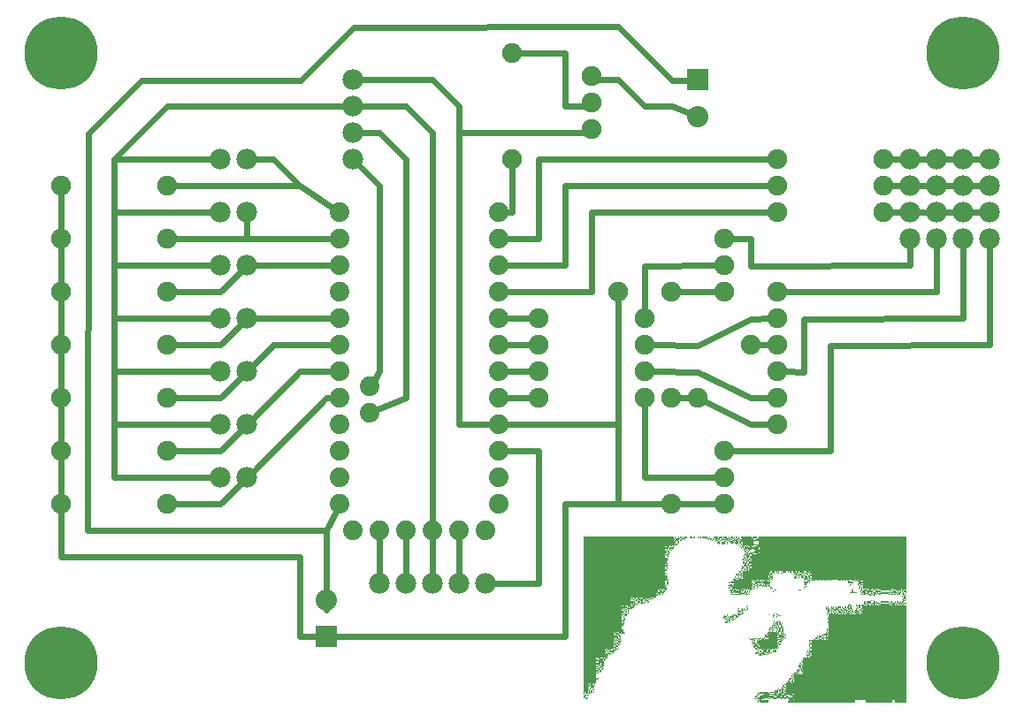
<source format=gbl>
G04 MADE WITH FRITZING*
G04 WWW.FRITZING.ORG*
G04 DOUBLE SIDED*
G04 HOLES PLATED*
G04 CONTOUR ON CENTER OF CONTOUR VECTOR*
%ASAXBY*%
%FSLAX23Y23*%
%MOIN*%
%OFA0B0*%
%SFA1.0B1.0*%
%ADD10C,0.074000*%
%ADD11C,0.075000*%
%ADD12C,0.078000*%
%ADD13C,0.080000*%
%ADD14C,0.275590*%
%ADD15R,0.080000X0.080000*%
%ADD16C,0.024000*%
%LNCOPPER0*%
G90*
G70*
G54D10*
X1387Y731D03*
X1487Y731D03*
X1587Y731D03*
X1687Y731D03*
X1787Y731D03*
X1887Y731D03*
X1337Y831D03*
X1337Y931D03*
X1337Y1031D03*
X1337Y1131D03*
X1337Y1231D03*
X1452Y1176D03*
X1452Y1276D03*
X1337Y1331D03*
X1337Y1431D03*
X1337Y1531D03*
X1337Y1631D03*
X1337Y1731D03*
X1337Y1831D03*
X1337Y1931D03*
X1937Y1931D03*
X1937Y1831D03*
X1937Y1731D03*
X1937Y1631D03*
X1937Y1531D03*
X1937Y1431D03*
X1937Y1331D03*
X1937Y1231D03*
X1937Y1131D03*
X1937Y1031D03*
X1937Y931D03*
X1937Y831D03*
G54D11*
X2787Y1631D03*
X2787Y1731D03*
X2787Y1831D03*
X2987Y1431D03*
X2987Y1531D03*
X2987Y1631D03*
X2987Y1131D03*
X2987Y1231D03*
X2987Y1331D03*
X2787Y831D03*
X2787Y931D03*
X2787Y1031D03*
X2087Y1231D03*
X2487Y1231D03*
X2087Y1431D03*
X2487Y1431D03*
X2087Y1331D03*
X2487Y1331D03*
G54D12*
X3787Y2131D03*
X3787Y2031D03*
X3787Y1931D03*
X3787Y1831D03*
X3687Y2131D03*
X3687Y2031D03*
X3687Y1931D03*
X3687Y1831D03*
X3587Y2131D03*
X3587Y2031D03*
X3587Y1931D03*
X3587Y1831D03*
X3487Y2131D03*
X3487Y2031D03*
X3487Y1931D03*
X3487Y1831D03*
G54D11*
X2087Y1531D03*
X2487Y1531D03*
X2587Y1231D03*
X2587Y831D03*
X2887Y1431D03*
X2687Y1231D03*
X2387Y1631D03*
X2587Y1631D03*
X2287Y2246D03*
X2287Y2346D03*
X2287Y2446D03*
X2987Y1931D03*
X3387Y1931D03*
X2987Y2031D03*
X3387Y2031D03*
X2987Y2131D03*
X3387Y2131D03*
X1987Y2531D03*
X1987Y2131D03*
G54D13*
X2687Y2431D03*
X2687Y2293D03*
X2687Y2431D03*
X2687Y2293D03*
G54D12*
X1387Y2431D03*
X1387Y2331D03*
X1387Y2231D03*
X1387Y2131D03*
G54D13*
X1287Y331D03*
X1287Y469D03*
X1287Y331D03*
X1287Y469D03*
G54D12*
X1887Y531D03*
X1787Y531D03*
X1687Y531D03*
X1587Y531D03*
X1487Y531D03*
X1887Y531D03*
X1787Y531D03*
X1687Y531D03*
X1587Y531D03*
X1487Y531D03*
G54D11*
X287Y1631D03*
X687Y1631D03*
X287Y1431D03*
X687Y1431D03*
X287Y1231D03*
X687Y1231D03*
X287Y1031D03*
X687Y1031D03*
X287Y831D03*
X687Y831D03*
G54D12*
X987Y1131D03*
X887Y1131D03*
X987Y1131D03*
X887Y1131D03*
X987Y1331D03*
X887Y1331D03*
X987Y1331D03*
X887Y1331D03*
X987Y931D03*
X887Y931D03*
X987Y931D03*
X887Y931D03*
X987Y1531D03*
X887Y1531D03*
X987Y1531D03*
X887Y1531D03*
X987Y1731D03*
X887Y1731D03*
X987Y1731D03*
X887Y1731D03*
X987Y2131D03*
X887Y2131D03*
X987Y2131D03*
X887Y2131D03*
X987Y1931D03*
X887Y1931D03*
X987Y1931D03*
X887Y1931D03*
G54D11*
X287Y1831D03*
X687Y1831D03*
X287Y2031D03*
X687Y2031D03*
G54D14*
X287Y231D03*
X287Y2531D03*
X3687Y2531D03*
X3687Y231D03*
G54D15*
X2687Y2431D03*
X2687Y2431D03*
X1287Y331D03*
X1287Y331D03*
G54D16*
X2059Y1531D02*
X1969Y1531D01*
D02*
X2059Y1431D02*
X1969Y1431D01*
D02*
X2059Y1331D02*
X1969Y1331D01*
D02*
X2059Y1231D02*
X1969Y1231D01*
D02*
X3557Y1931D02*
X3518Y1931D01*
D02*
X3657Y1931D02*
X3618Y1931D01*
D02*
X3557Y2031D02*
X3518Y2031D01*
D02*
X3657Y2031D02*
X3618Y2031D01*
D02*
X3787Y2131D02*
X3518Y2131D01*
D02*
X3718Y2131D02*
X3787Y2131D01*
D02*
X2488Y931D02*
X2487Y1202D01*
D02*
X2759Y931D02*
X2488Y931D01*
D02*
X2688Y1330D02*
X2516Y1331D01*
D02*
X2887Y1231D02*
X2688Y1330D01*
D02*
X2959Y1231D02*
X2887Y1231D01*
D02*
X2887Y1530D02*
X2688Y1430D01*
D02*
X2688Y1430D02*
X2516Y1431D01*
D02*
X2959Y1531D02*
X2887Y1530D01*
D02*
X2488Y1730D02*
X2488Y1559D01*
D02*
X2759Y1731D02*
X2488Y1730D01*
D02*
X2616Y831D02*
X2759Y831D01*
D02*
X2688Y1231D02*
X2887Y1131D01*
D02*
X2887Y1131D02*
X2959Y1131D01*
D02*
X2616Y1231D02*
X2688Y1231D01*
D02*
X3757Y1931D02*
X3718Y1931D01*
D02*
X3757Y2031D02*
X3718Y2031D01*
D02*
X3757Y2131D02*
X3718Y2131D01*
D02*
X3487Y1731D02*
X2887Y1730D01*
D02*
X2887Y1730D02*
X2887Y1832D01*
D02*
X2887Y1832D02*
X2816Y1831D01*
D02*
X3487Y1801D02*
X3487Y1731D01*
D02*
X3587Y1631D02*
X3016Y1631D01*
D02*
X3587Y1801D02*
X3587Y1631D01*
D02*
X2959Y1431D02*
X2916Y1431D01*
D02*
X3087Y1330D02*
X3016Y1331D01*
D02*
X3087Y1530D02*
X3087Y1330D01*
D02*
X3687Y1531D02*
X3087Y1530D01*
D02*
X3687Y1801D02*
X3687Y1531D01*
D02*
X3787Y1431D02*
X3187Y1430D01*
D02*
X3187Y1031D02*
X2816Y1031D01*
D02*
X3187Y1430D02*
X3187Y1031D01*
D02*
X3787Y1801D02*
X3787Y1431D01*
D02*
X2759Y1631D02*
X2616Y1631D01*
D02*
X2388Y831D02*
X2387Y1602D01*
D02*
X2559Y831D02*
X2388Y831D01*
D02*
X2388Y1131D02*
X1969Y1131D01*
D02*
X2388Y831D02*
X2388Y1131D01*
D02*
X2559Y831D02*
X2388Y831D01*
D02*
X3457Y1931D02*
X3416Y1931D01*
D02*
X3457Y2031D02*
X3416Y2031D01*
D02*
X3457Y2131D02*
X3416Y2131D01*
D02*
X2287Y1631D02*
X2287Y1931D01*
D02*
X2287Y1931D02*
X2959Y1931D01*
D02*
X1969Y1631D02*
X2287Y1631D01*
D02*
X2187Y1731D02*
X2187Y2031D01*
D02*
X2187Y2031D02*
X2959Y2031D01*
D02*
X1969Y1731D02*
X2187Y1731D01*
D02*
X2087Y1831D02*
X2087Y2131D01*
D02*
X2087Y2131D02*
X2959Y2131D01*
D02*
X1969Y1831D02*
X2087Y1831D01*
D02*
X1987Y2102D02*
X1987Y1931D01*
D02*
X1987Y1931D02*
X1969Y1931D01*
D02*
X2187Y2331D02*
X2187Y2531D01*
D02*
X2187Y2531D02*
X2016Y2531D01*
D02*
X2259Y2331D02*
X2187Y2331D01*
D02*
X1787Y1131D02*
X1787Y2231D01*
D02*
X1787Y2231D02*
X2259Y2231D01*
D02*
X1906Y1131D02*
X1787Y1131D01*
D02*
X2590Y2331D02*
X2487Y2331D01*
D02*
X2387Y2431D02*
X2316Y2431D01*
D02*
X2487Y2331D02*
X2387Y2431D01*
D02*
X2658Y2304D02*
X2590Y2331D01*
D02*
X1487Y1331D02*
X1469Y1302D01*
D02*
X1487Y2031D02*
X1487Y1331D01*
D02*
X1409Y2109D02*
X1487Y2031D01*
D02*
X1487Y2231D02*
X1587Y2131D01*
D02*
X1587Y1231D02*
X1481Y1187D01*
D02*
X1418Y2231D02*
X1487Y2231D01*
D02*
X1587Y2131D02*
X1587Y1231D01*
D02*
X1687Y2231D02*
X1687Y762D01*
D02*
X1587Y2331D02*
X1687Y2231D01*
D02*
X1418Y2331D02*
X1587Y2331D01*
D02*
X1687Y2431D02*
X1787Y2331D01*
D02*
X1787Y2331D02*
X1787Y2231D01*
D02*
X1787Y2231D02*
X2259Y2231D01*
D02*
X1418Y2431D02*
X1687Y2431D01*
D02*
X2187Y831D02*
X2187Y331D01*
D02*
X2187Y331D02*
X1187Y331D01*
D02*
X1187Y331D02*
X1256Y331D01*
D02*
X2387Y831D02*
X2187Y831D01*
D02*
X2559Y831D02*
X2387Y831D01*
D02*
X1487Y561D02*
X1487Y700D01*
D02*
X1587Y561D02*
X1587Y700D01*
D02*
X1687Y561D02*
X1687Y700D01*
D02*
X1787Y561D02*
X1787Y700D01*
D02*
X2087Y531D02*
X2087Y1031D01*
D02*
X1918Y531D02*
X2087Y531D01*
D02*
X2087Y1031D02*
X1969Y1031D01*
D02*
X1287Y431D02*
X1287Y437D01*
D02*
X1287Y731D02*
X1287Y431D01*
D02*
X1323Y803D02*
X1287Y731D01*
D02*
X3557Y2131D02*
X3518Y2131D01*
D02*
X287Y1459D02*
X287Y1602D01*
D02*
X287Y1259D02*
X287Y1402D01*
D02*
X287Y1059D02*
X287Y1202D01*
D02*
X287Y859D02*
X287Y1002D01*
D02*
X390Y2229D02*
X387Y731D01*
D02*
X1390Y2629D02*
X1190Y2429D01*
D02*
X1287Y731D02*
X1323Y803D01*
D02*
X590Y2429D02*
X390Y2229D01*
D02*
X387Y731D02*
X1287Y731D01*
D02*
X2590Y2429D02*
X2387Y2631D01*
D02*
X2656Y2430D02*
X2590Y2429D01*
D02*
X1190Y2429D02*
X590Y2429D01*
D02*
X2387Y2631D02*
X1390Y2629D01*
D02*
X287Y1802D02*
X287Y1659D01*
D02*
X287Y2002D02*
X287Y1859D01*
D02*
X1187Y2031D02*
X716Y2031D01*
D02*
X1312Y1948D02*
X1187Y2031D01*
D02*
X1087Y2131D02*
X1018Y2131D01*
D02*
X1312Y1948D02*
X1187Y2031D01*
D02*
X1187Y2031D02*
X1087Y2131D01*
D02*
X1306Y1831D02*
X716Y1831D01*
D02*
X1306Y1831D02*
X987Y1831D01*
D02*
X987Y1831D02*
X987Y1901D01*
D02*
X1306Y1731D02*
X1018Y1731D01*
D02*
X887Y1631D02*
X716Y1631D01*
D02*
X966Y1709D02*
X887Y1631D01*
D02*
X887Y1431D02*
X716Y1431D01*
D02*
X966Y1509D02*
X887Y1431D01*
D02*
X966Y1309D02*
X887Y1231D01*
D02*
X887Y1231D02*
X716Y1231D01*
D02*
X1306Y1531D02*
X1018Y1531D01*
D02*
X1087Y1431D02*
X1009Y1352D01*
D02*
X1306Y1431D02*
X1087Y1431D01*
D02*
X1187Y1331D02*
X1009Y1152D01*
D02*
X1306Y1331D02*
X1187Y1331D01*
D02*
X966Y1109D02*
X887Y1031D01*
D02*
X887Y1031D02*
X716Y1031D01*
D02*
X1306Y1231D02*
X1287Y1231D01*
D02*
X1287Y1231D02*
X1009Y952D01*
D02*
X887Y831D02*
X716Y831D01*
D02*
X966Y909D02*
X887Y831D01*
D02*
X487Y1131D02*
X487Y931D01*
D02*
X487Y931D02*
X857Y931D01*
D02*
X857Y1131D02*
X487Y1131D01*
D02*
X487Y1331D02*
X487Y1131D01*
D02*
X857Y1331D02*
X487Y1331D01*
D02*
X487Y1131D02*
X857Y1131D01*
D02*
X487Y1531D02*
X857Y1531D01*
D02*
X857Y1331D02*
X487Y1331D01*
D02*
X487Y1331D02*
X487Y1531D01*
D02*
X487Y1731D02*
X487Y1531D01*
D02*
X487Y1531D02*
X857Y1531D01*
D02*
X857Y1731D02*
X487Y1731D01*
D02*
X487Y1931D02*
X487Y1731D01*
D02*
X857Y1931D02*
X487Y1931D01*
D02*
X487Y1731D02*
X857Y1731D01*
D02*
X487Y2131D02*
X487Y1931D01*
D02*
X487Y1931D02*
X857Y1931D01*
D02*
X857Y2131D02*
X487Y2131D01*
D02*
X687Y2331D02*
X487Y2131D01*
D02*
X487Y2131D02*
X857Y2131D01*
D02*
X1357Y2331D02*
X687Y2331D01*
D02*
X1187Y331D02*
X1256Y331D01*
D02*
X1187Y631D02*
X1187Y331D01*
D02*
X287Y802D02*
X287Y631D01*
D02*
X287Y631D02*
X1187Y631D01*
G36*
X2845Y707D02*
X2845Y699D01*
X2841Y699D01*
X2841Y695D01*
X2832Y695D01*
X2832Y699D01*
X2836Y699D01*
X2836Y703D01*
X2841Y703D01*
X2841Y707D01*
X2845Y707D01*
G37*
D02*
G36*
X2808Y707D02*
X2808Y703D01*
X2804Y703D01*
X2804Y707D01*
X2808Y707D01*
G37*
D02*
G36*
X2796Y707D02*
X2796Y703D01*
X2784Y703D01*
X2784Y699D01*
X2780Y699D01*
X2780Y703D01*
X2784Y703D01*
X2784Y707D01*
X2796Y707D01*
G37*
D02*
G36*
X2812Y703D02*
X2812Y699D01*
X2792Y699D01*
X2792Y703D01*
X2812Y703D01*
G37*
D02*
G36*
X2812Y703D02*
X2812Y699D01*
X2792Y699D01*
X2792Y703D01*
X2812Y703D01*
G37*
D02*
G36*
X2828Y699D02*
X2828Y695D01*
X2824Y695D01*
X2824Y699D01*
X2828Y699D01*
G37*
D02*
G36*
X2816Y699D02*
X2816Y695D01*
X2808Y695D01*
X2808Y699D01*
X2816Y699D01*
G37*
D02*
G36*
X2800Y699D02*
X2800Y695D01*
X2776Y695D01*
X2776Y699D01*
X2800Y699D01*
G37*
D02*
G36*
X2800Y699D02*
X2800Y695D01*
X2776Y695D01*
X2776Y699D01*
X2800Y699D01*
G37*
D02*
G36*
X2836Y695D02*
X2836Y691D01*
X2816Y691D01*
X2816Y695D01*
X2836Y695D01*
G37*
D02*
G36*
X2836Y695D02*
X2836Y691D01*
X2816Y691D01*
X2816Y695D01*
X2836Y695D01*
G37*
D02*
G36*
X2808Y695D02*
X2808Y691D01*
X2796Y691D01*
X2796Y695D01*
X2808Y695D01*
G37*
D02*
G36*
X2788Y695D02*
X2788Y691D01*
X2784Y691D01*
X2784Y695D01*
X2788Y695D01*
G37*
D02*
G36*
X2780Y695D02*
X2780Y691D01*
X2772Y691D01*
X2772Y695D01*
X2780Y695D01*
G37*
D02*
G36*
X2841Y691D02*
X2841Y687D01*
X2832Y687D01*
X2832Y691D01*
X2841Y691D01*
G37*
D02*
G36*
X2828Y691D02*
X2828Y687D01*
X2824Y687D01*
X2824Y691D01*
X2828Y691D01*
G37*
D02*
G36*
X2820Y691D02*
X2820Y687D01*
X2804Y687D01*
X2804Y691D01*
X2820Y691D01*
G37*
D02*
G36*
X2820Y691D02*
X2820Y687D01*
X2804Y687D01*
X2804Y691D01*
X2820Y691D01*
G37*
D02*
G36*
X2841Y687D02*
X2841Y683D01*
X2836Y683D01*
X2836Y679D01*
X2832Y679D01*
X2832Y683D01*
X2828Y683D01*
X2828Y687D01*
X2841Y687D01*
G37*
D02*
G36*
X2824Y687D02*
X2824Y683D01*
X2812Y683D01*
X2812Y687D01*
X2824Y687D01*
G37*
D02*
G36*
X2836Y707D02*
X2836Y703D01*
X2832Y703D01*
X2832Y707D01*
X2836Y707D01*
G37*
D02*
G36*
X2828Y707D02*
X2828Y703D01*
X2824Y703D01*
X2824Y707D01*
X2828Y707D01*
G37*
D02*
G36*
X2820Y707D02*
X2820Y703D01*
X2824Y703D01*
X2824Y699D01*
X2816Y699D01*
X2816Y703D01*
X2812Y703D01*
X2812Y707D01*
X2820Y707D01*
G37*
D02*
G36*
X2780Y707D02*
X2780Y703D01*
X2768Y703D01*
X2768Y707D01*
X2780Y707D01*
G37*
D02*
G36*
X2763Y707D02*
X2763Y703D01*
X2747Y703D01*
X2747Y707D01*
X2763Y707D01*
G37*
D02*
G36*
X2772Y703D02*
X2772Y699D01*
X2755Y699D01*
X2755Y703D01*
X2772Y703D01*
G37*
D02*
G36*
X2772Y703D02*
X2772Y699D01*
X2755Y699D01*
X2755Y703D01*
X2772Y703D01*
G37*
D02*
G36*
X2772Y699D02*
X2772Y695D01*
X2763Y695D01*
X2763Y699D01*
X2772Y699D01*
G37*
D02*
G36*
X2759Y699D02*
X2759Y695D01*
X2755Y695D01*
X2755Y699D01*
X2759Y699D01*
G37*
D02*
G36*
X2763Y695D02*
X2763Y691D01*
X2755Y691D01*
X2755Y695D01*
X2763Y695D01*
G37*
D02*
G36*
X2735Y707D02*
X2735Y703D01*
X2731Y703D01*
X2731Y707D01*
X2735Y707D01*
G37*
D02*
G36*
X2723Y707D02*
X2723Y703D01*
X2731Y703D01*
X2731Y695D01*
X2727Y695D01*
X2727Y699D01*
X2719Y699D01*
X2719Y703D01*
X2703Y703D01*
X2703Y707D01*
X2723Y707D01*
G37*
D02*
G36*
X2699Y707D02*
X2699Y703D01*
X2694Y703D01*
X2694Y707D01*
X2699Y707D01*
G37*
D02*
G36*
X2690Y707D02*
X2690Y703D01*
X2686Y703D01*
X2686Y707D01*
X2690Y707D01*
G37*
D02*
G36*
X2678Y707D02*
X2678Y703D01*
X2670Y703D01*
X2670Y707D01*
X2678Y707D01*
G37*
D02*
G36*
X2666Y707D02*
X2666Y703D01*
X2658Y703D01*
X2658Y707D01*
X2666Y707D01*
G37*
D02*
G36*
X2646Y707D02*
X2646Y703D01*
X2638Y703D01*
X2638Y707D01*
X2646Y707D01*
G37*
D02*
G36*
X2634Y707D02*
X2634Y703D01*
X2630Y703D01*
X2630Y707D01*
X2634Y707D01*
G37*
D02*
G36*
X2642Y703D02*
X2642Y699D01*
X2626Y699D01*
X2626Y703D01*
X2642Y703D01*
G37*
D02*
G36*
X2642Y703D02*
X2642Y699D01*
X2626Y699D01*
X2626Y703D01*
X2642Y703D01*
G37*
D02*
G36*
X2638Y699D02*
X2638Y695D01*
X2634Y695D01*
X2634Y699D01*
X2638Y699D01*
G37*
D02*
G36*
X2626Y707D02*
X2626Y703D01*
X2621Y703D01*
X2621Y707D01*
X2626Y707D01*
G37*
D02*
G36*
X2605Y707D02*
X2605Y703D01*
X2601Y703D01*
X2601Y707D01*
X2605Y707D01*
G37*
D02*
G36*
X2832Y703D02*
X2832Y699D01*
X2828Y699D01*
X2828Y703D01*
X2832Y703D01*
G37*
D02*
G36*
X2747Y703D02*
X2747Y699D01*
X2751Y699D01*
X2751Y695D01*
X2743Y695D01*
X2743Y703D01*
X2747Y703D01*
G37*
D02*
G36*
X2739Y703D02*
X2739Y695D01*
X2735Y695D01*
X2735Y703D01*
X2739Y703D01*
G37*
D02*
G36*
X2626Y699D02*
X2626Y691D01*
X2621Y691D01*
X2621Y699D01*
X2626Y699D01*
G37*
D02*
G36*
X2845Y695D02*
X2845Y691D01*
X2841Y691D01*
X2841Y695D01*
X2845Y695D01*
G37*
D02*
G36*
X2743Y695D02*
X2743Y691D01*
X2739Y691D01*
X2739Y695D01*
X2743Y695D01*
G37*
D02*
G36*
X2796Y691D02*
X2796Y687D01*
X2792Y687D01*
X2792Y679D01*
X2776Y679D01*
X2776Y687D01*
X2788Y687D01*
X2788Y691D01*
X2796Y691D01*
G37*
D02*
G36*
X2772Y691D02*
X2772Y679D01*
X2768Y679D01*
X2768Y683D01*
X2759Y683D01*
X2759Y687D01*
X2763Y687D01*
X2763Y691D01*
X2772Y691D01*
G37*
D02*
G36*
X2755Y691D02*
X2755Y687D01*
X2751Y687D01*
X2751Y691D01*
X2755Y691D01*
G37*
D02*
G36*
X2800Y687D02*
X2800Y679D01*
X2796Y679D01*
X2796Y687D01*
X2800Y687D01*
G37*
D02*
G36*
X2845Y683D02*
X2845Y675D01*
X2841Y675D01*
X2841Y683D01*
X2845Y683D01*
G37*
D02*
G36*
X2849Y671D02*
X2849Y667D01*
X2845Y667D01*
X2845Y671D01*
X2849Y671D01*
G37*
D02*
G36*
X2853Y667D02*
X2853Y663D01*
X2849Y663D01*
X2849Y667D01*
X2853Y667D01*
G37*
D02*
G36*
X2877Y659D02*
X2877Y654D01*
X2869Y654D01*
X2869Y659D01*
X2877Y659D01*
G37*
D02*
G36*
X2589Y659D02*
X2589Y654D01*
X2585Y654D01*
X2585Y659D01*
X2589Y659D01*
G37*
D02*
G36*
X2881Y654D02*
X2881Y650D01*
X2877Y650D01*
X2877Y654D01*
X2881Y654D01*
G37*
D02*
G36*
X2869Y654D02*
X2869Y650D01*
X2865Y650D01*
X2865Y654D01*
X2869Y654D01*
G37*
D02*
G36*
X2581Y654D02*
X2581Y650D01*
X2577Y650D01*
X2577Y646D01*
X2581Y646D01*
X2581Y638D01*
X2577Y638D01*
X2577Y642D01*
X2573Y642D01*
X2573Y654D01*
X2581Y654D01*
G37*
D02*
G36*
X2585Y650D02*
X2585Y646D01*
X2581Y646D01*
X2581Y650D01*
X2585Y650D01*
G37*
D02*
G36*
X2865Y638D02*
X2865Y630D01*
X2869Y630D01*
X2869Y626D01*
X2861Y626D01*
X2861Y638D01*
X2865Y638D01*
G37*
D02*
G36*
X2861Y626D02*
X2861Y622D01*
X2869Y622D01*
X2869Y618D01*
X2853Y618D01*
X2853Y622D01*
X2857Y622D01*
X2857Y626D01*
X2861Y626D01*
G37*
D02*
G36*
X2881Y606D02*
X2881Y598D01*
X2873Y598D01*
X2873Y606D01*
X2881Y606D01*
G37*
D02*
G36*
X2857Y598D02*
X2857Y594D01*
X2861Y594D01*
X2861Y590D01*
X2857Y590D01*
X2857Y586D01*
X2849Y586D01*
X2849Y590D01*
X2853Y590D01*
X2853Y598D01*
X2857Y598D01*
G37*
D02*
G36*
X2865Y590D02*
X2865Y586D01*
X2869Y586D01*
X2869Y581D01*
X2861Y581D01*
X2861Y590D01*
X2865Y590D01*
G37*
D02*
G36*
X2857Y581D02*
X2857Y577D01*
X2849Y577D01*
X2849Y581D01*
X2857Y581D01*
G37*
D02*
G36*
X2849Y577D02*
X2849Y573D01*
X2845Y573D01*
X2845Y577D01*
X2849Y577D01*
G37*
D02*
G36*
X3072Y573D02*
X3072Y569D01*
X3068Y569D01*
X3068Y573D01*
X3072Y573D01*
G37*
D02*
G36*
X3043Y573D02*
X3043Y569D01*
X3039Y569D01*
X3039Y573D01*
X3043Y573D01*
G37*
D02*
G36*
X3007Y573D02*
X3007Y569D01*
X2999Y569D01*
X2999Y573D01*
X3007Y573D01*
G37*
D02*
G36*
X3084Y569D02*
X3084Y565D01*
X3080Y565D01*
X3080Y569D01*
X3084Y569D01*
G37*
D02*
G36*
X3076Y569D02*
X3076Y565D01*
X3080Y565D01*
X3080Y561D01*
X3072Y561D01*
X3072Y553D01*
X3068Y553D01*
X3068Y561D01*
X3064Y561D01*
X3064Y565D01*
X3072Y565D01*
X3072Y569D01*
X3076Y569D01*
G37*
D02*
G36*
X3084Y561D02*
X3084Y557D01*
X3088Y557D01*
X3088Y553D01*
X3076Y553D01*
X3076Y561D01*
X3084Y561D01*
G37*
D02*
G36*
X3051Y569D02*
X3051Y565D01*
X3047Y565D01*
X3047Y569D01*
X3051Y569D01*
G37*
D02*
G36*
X3092Y565D02*
X3092Y561D01*
X3084Y561D01*
X3084Y565D01*
X3092Y565D01*
G37*
D02*
G36*
X2573Y565D02*
X2573Y561D01*
X2569Y561D01*
X2569Y565D01*
X2573Y565D01*
G37*
D02*
G36*
X3096Y561D02*
X3096Y557D01*
X3100Y557D01*
X3100Y553D01*
X3104Y553D01*
X3104Y549D01*
X3096Y549D01*
X3096Y545D01*
X3092Y545D01*
X3092Y549D01*
X3088Y549D01*
X3088Y553D01*
X3092Y553D01*
X3092Y561D01*
X3096Y561D01*
G37*
D02*
G36*
X3104Y549D02*
X3104Y545D01*
X3100Y545D01*
X3100Y549D01*
X3104Y549D01*
G37*
D02*
G36*
X3064Y561D02*
X3064Y557D01*
X3060Y557D01*
X3060Y561D01*
X3064Y561D01*
G37*
D02*
G36*
X3060Y557D02*
X3060Y553D01*
X3056Y553D01*
X3056Y549D01*
X3051Y549D01*
X3051Y557D01*
X3060Y557D01*
G37*
D02*
G36*
X2845Y557D02*
X2845Y553D01*
X2841Y553D01*
X2841Y557D01*
X2845Y557D01*
G37*
D02*
G36*
X2832Y557D02*
X2832Y553D01*
X2828Y553D01*
X2828Y557D01*
X2832Y557D01*
G37*
D02*
G36*
X3068Y553D02*
X3068Y549D01*
X3064Y549D01*
X3064Y553D01*
X3068Y553D01*
G37*
D02*
G36*
X2841Y553D02*
X2841Y549D01*
X2832Y549D01*
X2832Y553D01*
X2841Y553D01*
G37*
D02*
G36*
X3100Y545D02*
X3100Y541D01*
X3096Y541D01*
X3096Y545D01*
X3100Y545D01*
G37*
D02*
G36*
X3092Y545D02*
X3092Y541D01*
X3088Y541D01*
X3088Y545D01*
X3092Y545D01*
G37*
D02*
G36*
X3283Y541D02*
X3283Y537D01*
X3279Y537D01*
X3279Y541D01*
X3283Y541D01*
G37*
D02*
G36*
X3120Y541D02*
X3120Y537D01*
X3116Y537D01*
X3116Y541D01*
X3120Y541D01*
G37*
D02*
G36*
X2573Y541D02*
X2573Y537D01*
X2577Y537D01*
X2577Y529D01*
X2573Y529D01*
X2573Y525D01*
X2569Y525D01*
X2569Y541D01*
X2573Y541D01*
G37*
D02*
G36*
X3112Y537D02*
X3112Y533D01*
X3108Y533D01*
X3108Y537D01*
X3112Y537D01*
G37*
D02*
G36*
X2808Y537D02*
X2808Y533D01*
X2804Y533D01*
X2804Y537D01*
X2808Y537D01*
G37*
D02*
G36*
X2930Y533D02*
X2930Y529D01*
X2926Y529D01*
X2926Y533D01*
X2930Y533D01*
G37*
D02*
G36*
X3266Y529D02*
X3266Y525D01*
X3262Y525D01*
X3262Y529D01*
X3266Y529D01*
G37*
D02*
G36*
X2938Y529D02*
X2938Y525D01*
X2934Y525D01*
X2934Y529D01*
X2938Y529D01*
G37*
D02*
G36*
X2926Y529D02*
X2926Y525D01*
X2922Y525D01*
X2922Y529D01*
X2926Y529D01*
G37*
D02*
G36*
X2938Y525D02*
X2938Y521D01*
X2918Y521D01*
X2918Y525D01*
X2938Y525D01*
G37*
D02*
G36*
X2938Y525D02*
X2938Y521D01*
X2918Y521D01*
X2918Y525D01*
X2938Y525D01*
G37*
D02*
G36*
X2934Y521D02*
X2934Y517D01*
X2930Y517D01*
X2930Y521D01*
X2934Y521D01*
G37*
D02*
G36*
X2918Y529D02*
X2918Y525D01*
X2914Y525D01*
X2914Y521D01*
X2905Y521D01*
X2905Y525D01*
X2909Y525D01*
X2909Y529D01*
X2918Y529D01*
G37*
D02*
G36*
X3299Y525D02*
X3299Y521D01*
X3295Y521D01*
X3295Y525D01*
X3299Y525D01*
G37*
D02*
G36*
X3262Y525D02*
X3262Y521D01*
X3258Y521D01*
X3258Y525D01*
X3262Y525D01*
G37*
D02*
G36*
X3303Y521D02*
X3303Y517D01*
X3299Y517D01*
X3299Y521D01*
X3303Y521D01*
G37*
D02*
G36*
X3100Y521D02*
X3100Y517D01*
X3092Y517D01*
X3092Y521D01*
X3100Y521D01*
G37*
D02*
G36*
X2918Y521D02*
X2918Y517D01*
X2914Y517D01*
X2914Y521D01*
X2918Y521D01*
G37*
D02*
G36*
X2905Y521D02*
X2905Y513D01*
X2901Y513D01*
X2901Y517D01*
X2897Y517D01*
X2897Y521D01*
X2905Y521D01*
G37*
D02*
G36*
X3307Y517D02*
X3307Y504D01*
X3303Y504D01*
X3303Y500D01*
X3299Y500D01*
X3299Y508D01*
X3303Y508D01*
X3303Y517D01*
X3307Y517D01*
G37*
D02*
G36*
X3299Y517D02*
X3299Y513D01*
X3295Y513D01*
X3295Y517D01*
X3299Y517D01*
G37*
D02*
G36*
X3092Y517D02*
X3092Y513D01*
X3088Y513D01*
X3088Y517D01*
X3092Y517D01*
G37*
D02*
G36*
X2966Y517D02*
X2966Y513D01*
X2962Y513D01*
X2962Y517D01*
X2966Y517D01*
G37*
D02*
G36*
X2914Y517D02*
X2914Y513D01*
X2909Y513D01*
X2909Y517D01*
X2914Y517D01*
G37*
D02*
G36*
X2897Y517D02*
X2897Y513D01*
X2893Y513D01*
X2893Y517D01*
X2897Y517D01*
G37*
D02*
G36*
X2812Y517D02*
X2812Y513D01*
X2804Y513D01*
X2804Y517D01*
X2812Y517D01*
G37*
D02*
G36*
X3275Y513D02*
X3275Y508D01*
X3271Y508D01*
X3271Y513D01*
X3275Y513D01*
G37*
D02*
G36*
X2970Y513D02*
X2970Y508D01*
X2966Y508D01*
X2966Y513D01*
X2970Y513D01*
G37*
D02*
G36*
X2901Y513D02*
X2901Y508D01*
X2897Y508D01*
X2897Y513D01*
X2901Y513D01*
G37*
D02*
G36*
X3425Y508D02*
X3425Y504D01*
X3417Y504D01*
X3417Y508D01*
X3425Y508D01*
G37*
D02*
G36*
X3271Y508D02*
X3271Y504D01*
X3275Y504D01*
X3275Y500D01*
X3287Y500D01*
X3287Y496D01*
X3262Y496D01*
X3262Y500D01*
X3266Y500D01*
X3266Y508D01*
X3271Y508D01*
G37*
D02*
G36*
X3076Y508D02*
X3076Y504D01*
X3068Y504D01*
X3068Y508D01*
X3076Y508D01*
G37*
D02*
G36*
X2983Y508D02*
X2983Y504D01*
X2978Y504D01*
X2978Y508D01*
X2983Y508D01*
G37*
D02*
G36*
X2877Y508D02*
X2877Y500D01*
X2873Y500D01*
X2873Y508D01*
X2877Y508D01*
G37*
D02*
G36*
X3417Y504D02*
X3417Y500D01*
X3413Y500D01*
X3413Y504D01*
X3417Y504D01*
G37*
D02*
G36*
X2974Y504D02*
X2974Y500D01*
X2970Y500D01*
X2970Y504D01*
X2974Y504D01*
G37*
D02*
G36*
X2885Y504D02*
X2885Y496D01*
X2881Y496D01*
X2881Y504D01*
X2885Y504D01*
G37*
D02*
G36*
X3473Y707D02*
X3473Y703D01*
X2918Y703D01*
X2918Y707D01*
X3473Y707D01*
G37*
D02*
G36*
X2909Y707D02*
X2909Y703D01*
X2893Y703D01*
X2893Y707D01*
X2909Y707D01*
G37*
D02*
G36*
X2889Y707D02*
X2889Y703D01*
X2849Y703D01*
X2849Y707D01*
X2889Y707D01*
G37*
D02*
G36*
X3473Y703D02*
X3473Y695D01*
X2905Y695D01*
X2905Y699D01*
X2909Y699D01*
X2909Y703D01*
X3473Y703D01*
G37*
D02*
G36*
X2897Y703D02*
X2897Y699D01*
X2853Y699D01*
X2853Y703D01*
X2897Y703D01*
G37*
D02*
G36*
X2897Y703D02*
X2897Y699D01*
X2853Y699D01*
X2853Y703D01*
X2897Y703D01*
G37*
D02*
G36*
X2897Y699D02*
X2897Y695D01*
X2845Y695D01*
X2845Y699D01*
X2897Y699D01*
G37*
D02*
G36*
X3473Y695D02*
X3473Y691D01*
X2849Y691D01*
X2849Y695D01*
X3473Y695D01*
G37*
D02*
G36*
X3473Y695D02*
X3473Y691D01*
X2849Y691D01*
X2849Y695D01*
X3473Y695D01*
G37*
D02*
G36*
X3473Y691D02*
X3473Y679D01*
X2918Y679D01*
X2918Y691D01*
X3473Y691D01*
G37*
D02*
G36*
X2901Y691D02*
X2901Y687D01*
X2849Y687D01*
X2849Y683D01*
X2845Y683D01*
X2845Y691D01*
X2901Y691D01*
G37*
D02*
G36*
X2897Y687D02*
X2897Y683D01*
X2857Y683D01*
X2857Y687D01*
X2897Y687D01*
G37*
D02*
G36*
X2901Y683D02*
X2901Y679D01*
X2853Y679D01*
X2853Y675D01*
X2849Y675D01*
X2849Y683D01*
X2901Y683D01*
G37*
D02*
G36*
X3473Y679D02*
X3473Y675D01*
X2857Y675D01*
X2857Y679D01*
X3473Y679D01*
G37*
D02*
G36*
X3473Y679D02*
X3473Y675D01*
X2857Y675D01*
X2857Y679D01*
X3473Y679D01*
G37*
D02*
G36*
X3473Y675D02*
X3473Y659D01*
X2922Y659D01*
X2922Y667D01*
X2901Y667D01*
X2901Y671D01*
X2909Y671D01*
X2909Y675D01*
X3473Y675D01*
G37*
D02*
G36*
X2897Y675D02*
X2897Y671D01*
X2889Y671D01*
X2889Y667D01*
X2885Y667D01*
X2885Y671D01*
X2877Y671D01*
X2877Y675D01*
X2897Y675D01*
G37*
D02*
G36*
X2873Y675D02*
X2873Y671D01*
X2869Y671D01*
X2869Y675D01*
X2873Y675D01*
G37*
D02*
G36*
X2865Y675D02*
X2865Y671D01*
X2861Y671D01*
X2861Y663D01*
X2857Y663D01*
X2857Y667D01*
X2853Y667D01*
X2853Y675D01*
X2865Y675D01*
G37*
D02*
G36*
X2877Y671D02*
X2877Y667D01*
X2873Y667D01*
X2873Y671D01*
X2877Y671D01*
G37*
D02*
G36*
X2869Y671D02*
X2869Y667D01*
X2865Y667D01*
X2865Y671D01*
X2869Y671D01*
G37*
D02*
G36*
X2918Y667D02*
X2918Y663D01*
X2865Y663D01*
X2865Y667D01*
X2918Y667D01*
G37*
D02*
G36*
X2918Y667D02*
X2918Y663D01*
X2865Y663D01*
X2865Y667D01*
X2918Y667D01*
G37*
D02*
G36*
X2918Y667D02*
X2918Y663D01*
X2865Y663D01*
X2865Y667D01*
X2918Y667D01*
G37*
D02*
G36*
X2918Y667D02*
X2918Y663D01*
X2865Y663D01*
X2865Y667D01*
X2918Y667D01*
G37*
D02*
G36*
X2918Y663D02*
X2918Y659D01*
X2897Y659D01*
X2897Y663D01*
X2918Y663D01*
G37*
D02*
G36*
X2889Y663D02*
X2889Y659D01*
X2885Y659D01*
X2885Y654D01*
X2881Y654D01*
X2881Y659D01*
X2877Y659D01*
X2877Y663D01*
X2889Y663D01*
G37*
D02*
G36*
X2869Y663D02*
X2869Y659D01*
X2865Y659D01*
X2865Y654D01*
X2861Y654D01*
X2861Y663D01*
X2869Y663D01*
G37*
D02*
G36*
X3473Y659D02*
X3473Y654D01*
X2905Y654D01*
X2905Y659D01*
X3473Y659D01*
G37*
D02*
G36*
X3473Y659D02*
X3473Y654D01*
X2905Y654D01*
X2905Y659D01*
X3473Y659D01*
G37*
D02*
G36*
X3473Y654D02*
X3473Y650D01*
X2918Y650D01*
X2918Y646D01*
X2885Y646D01*
X2885Y650D01*
X2901Y650D01*
X2901Y654D01*
X3473Y654D01*
G37*
D02*
G36*
X3473Y650D02*
X3473Y646D01*
X2922Y646D01*
X2922Y650D01*
X3473Y650D01*
G37*
D02*
G36*
X2877Y650D02*
X2877Y646D01*
X2869Y646D01*
X2869Y642D01*
X2865Y642D01*
X2865Y646D01*
X2869Y646D01*
X2869Y650D01*
X2877Y650D01*
G37*
D02*
G36*
X3473Y646D02*
X3473Y642D01*
X2909Y642D01*
X2909Y646D01*
X3473Y646D01*
G37*
D02*
G36*
X3473Y646D02*
X3473Y642D01*
X2909Y642D01*
X2909Y646D01*
X3473Y646D01*
G37*
D02*
G36*
X2893Y646D02*
X2893Y642D01*
X2873Y642D01*
X2873Y646D01*
X2893Y646D01*
G37*
D02*
G36*
X2893Y646D02*
X2893Y642D01*
X2873Y642D01*
X2873Y646D01*
X2893Y646D01*
G37*
D02*
G36*
X3473Y642D02*
X3473Y638D01*
X2889Y638D01*
X2889Y642D01*
X3473Y642D01*
G37*
D02*
G36*
X3473Y642D02*
X3473Y638D01*
X2889Y638D01*
X2889Y642D01*
X3473Y642D01*
G37*
D02*
G36*
X2885Y642D02*
X2885Y638D01*
X2881Y638D01*
X2881Y642D01*
X2885Y642D01*
G37*
D02*
G36*
X2877Y642D02*
X2877Y638D01*
X2865Y638D01*
X2865Y642D01*
X2877Y642D01*
G37*
D02*
G36*
X2877Y642D02*
X2877Y638D01*
X2865Y638D01*
X2865Y642D01*
X2877Y642D01*
G37*
D02*
G36*
X3473Y638D02*
X3473Y634D01*
X2889Y634D01*
X2889Y638D01*
X3473Y638D01*
G37*
D02*
G36*
X2885Y638D02*
X2885Y634D01*
X2869Y634D01*
X2869Y638D01*
X2885Y638D01*
G37*
D02*
G36*
X2885Y638D02*
X2885Y634D01*
X2869Y634D01*
X2869Y638D01*
X2885Y638D01*
G37*
D02*
G36*
X3473Y634D02*
X3473Y626D01*
X2885Y626D01*
X2885Y622D01*
X2881Y622D01*
X2881Y626D01*
X2885Y626D01*
X2885Y634D01*
X3473Y634D01*
G37*
D02*
G36*
X2881Y634D02*
X2881Y630D01*
X2877Y630D01*
X2877Y622D01*
X2869Y622D01*
X2869Y626D01*
X2873Y626D01*
X2873Y630D01*
X2869Y630D01*
X2869Y634D01*
X2881Y634D01*
G37*
D02*
G36*
X3473Y626D02*
X3473Y622D01*
X2889Y622D01*
X2889Y626D01*
X3473Y626D01*
G37*
D02*
G36*
X3473Y622D02*
X3473Y618D01*
X2877Y618D01*
X2877Y622D01*
X3473Y622D01*
G37*
D02*
G36*
X3473Y622D02*
X3473Y618D01*
X2877Y618D01*
X2877Y622D01*
X3473Y622D01*
G37*
D02*
G36*
X3473Y618D02*
X3473Y614D01*
X2889Y614D01*
X2889Y618D01*
X3473Y618D01*
G37*
D02*
G36*
X2881Y618D02*
X2881Y614D01*
X2873Y614D01*
X2873Y610D01*
X2869Y610D01*
X2869Y618D01*
X2881Y618D01*
G37*
D02*
G36*
X3473Y614D02*
X3473Y594D01*
X2885Y594D01*
X2885Y590D01*
X2881Y590D01*
X2881Y598D01*
X2885Y598D01*
X2885Y602D01*
X2889Y602D01*
X2889Y606D01*
X2881Y606D01*
X2881Y614D01*
X3473Y614D01*
G37*
D02*
G36*
X2865Y614D02*
X2865Y610D01*
X2857Y610D01*
X2857Y614D01*
X2865Y614D01*
G37*
D02*
G36*
X2873Y610D02*
X2873Y606D01*
X2857Y606D01*
X2857Y610D01*
X2873Y610D01*
G37*
D02*
G36*
X2873Y610D02*
X2873Y606D01*
X2857Y606D01*
X2857Y610D01*
X2873Y610D01*
G37*
D02*
G36*
X2869Y606D02*
X2869Y598D01*
X2873Y598D01*
X2873Y594D01*
X2877Y594D01*
X2877Y577D01*
X2869Y577D01*
X2869Y581D01*
X2873Y581D01*
X2873Y586D01*
X2869Y586D01*
X2869Y594D01*
X2861Y594D01*
X2861Y602D01*
X2865Y602D01*
X2865Y606D01*
X2869Y606D01*
G37*
D02*
G36*
X3473Y594D02*
X3473Y590D01*
X2889Y590D01*
X2889Y594D01*
X3473Y594D01*
G37*
D02*
G36*
X3473Y590D02*
X3473Y586D01*
X2881Y586D01*
X2881Y590D01*
X3473Y590D01*
G37*
D02*
G36*
X3473Y590D02*
X3473Y586D01*
X2881Y586D01*
X2881Y590D01*
X3473Y590D01*
G37*
D02*
G36*
X3473Y586D02*
X3473Y577D01*
X2978Y577D01*
X2978Y569D01*
X2974Y569D01*
X2974Y573D01*
X2966Y573D01*
X2966Y577D01*
X2881Y577D01*
X2881Y586D01*
X3473Y586D01*
G37*
D02*
G36*
X3473Y577D02*
X3473Y573D01*
X3112Y573D01*
X3112Y577D01*
X3473Y577D01*
G37*
D02*
G36*
X3108Y577D02*
X3108Y573D01*
X3096Y573D01*
X3096Y577D01*
X3108Y577D01*
G37*
D02*
G36*
X3088Y577D02*
X3088Y573D01*
X3080Y573D01*
X3080Y569D01*
X3076Y569D01*
X3076Y573D01*
X3072Y573D01*
X3072Y577D01*
X3088Y577D01*
G37*
D02*
G36*
X3068Y577D02*
X3068Y573D01*
X3060Y573D01*
X3060Y577D01*
X3068Y577D01*
G37*
D02*
G36*
X3056Y577D02*
X3056Y573D01*
X3047Y573D01*
X3047Y577D01*
X3056Y577D01*
G37*
D02*
G36*
X3039Y577D02*
X3039Y573D01*
X3035Y573D01*
X3035Y577D01*
X3039Y577D01*
G37*
D02*
G36*
X3031Y577D02*
X3031Y573D01*
X3027Y573D01*
X3027Y577D01*
X3031Y577D01*
G37*
D02*
G36*
X3019Y577D02*
X3019Y573D01*
X3007Y573D01*
X3007Y577D01*
X3019Y577D01*
G37*
D02*
G36*
X2995Y577D02*
X2995Y573D01*
X2991Y573D01*
X2991Y577D01*
X2995Y577D01*
G37*
D02*
G36*
X2987Y577D02*
X2987Y573D01*
X2983Y573D01*
X2983Y577D01*
X2987Y577D01*
G37*
D02*
G36*
X2962Y577D02*
X2962Y573D01*
X2857Y573D01*
X2857Y577D01*
X2962Y577D01*
G37*
D02*
G36*
X2962Y577D02*
X2962Y573D01*
X2857Y573D01*
X2857Y577D01*
X2962Y577D01*
G37*
D02*
G36*
X3473Y573D02*
X3473Y569D01*
X3112Y569D01*
X3112Y565D01*
X3108Y565D01*
X3108Y573D01*
X3473Y573D01*
G37*
D02*
G36*
X3100Y573D02*
X3100Y569D01*
X3084Y569D01*
X3084Y573D01*
X3100Y573D01*
G37*
D02*
G36*
X3100Y573D02*
X3100Y569D01*
X3084Y569D01*
X3084Y573D01*
X3100Y573D01*
G37*
D02*
G36*
X3064Y573D02*
X3064Y569D01*
X3051Y569D01*
X3051Y573D01*
X3064Y573D01*
G37*
D02*
G36*
X3064Y573D02*
X3064Y569D01*
X3051Y569D01*
X3051Y573D01*
X3064Y573D01*
G37*
D02*
G36*
X2995Y573D02*
X2995Y569D01*
X2987Y569D01*
X2987Y573D01*
X2995Y573D01*
G37*
D02*
G36*
X2970Y573D02*
X2970Y569D01*
X2966Y569D01*
X2966Y565D01*
X2962Y565D01*
X2962Y573D01*
X2970Y573D01*
G37*
D02*
G36*
X2958Y573D02*
X2958Y569D01*
X2853Y569D01*
X2853Y565D01*
X2849Y565D01*
X2849Y573D01*
X2958Y573D01*
G37*
D02*
G36*
X2845Y573D02*
X2845Y565D01*
X2841Y565D01*
X2841Y573D01*
X2845Y573D01*
G37*
D02*
G36*
X3473Y569D02*
X3473Y565D01*
X3116Y565D01*
X3116Y569D01*
X3473Y569D01*
G37*
D02*
G36*
X3104Y569D02*
X3104Y561D01*
X3100Y561D01*
X3100Y565D01*
X3096Y565D01*
X3096Y569D01*
X3104Y569D01*
G37*
D02*
G36*
X3064Y569D02*
X3064Y565D01*
X3060Y565D01*
X3060Y561D01*
X3051Y561D01*
X3051Y565D01*
X3056Y565D01*
X3056Y569D01*
X3064Y569D01*
G37*
D02*
G36*
X2958Y569D02*
X2958Y565D01*
X2857Y565D01*
X2857Y569D01*
X2958Y569D01*
G37*
D02*
G36*
X2836Y569D02*
X2836Y565D01*
X2832Y565D01*
X2832Y569D01*
X2836Y569D01*
G37*
D02*
G36*
X3473Y565D02*
X3473Y561D01*
X3112Y561D01*
X3112Y565D01*
X3473Y565D01*
G37*
D02*
G36*
X2966Y565D02*
X2966Y561D01*
X2857Y561D01*
X2857Y565D01*
X2966Y565D01*
G37*
D02*
G36*
X2966Y565D02*
X2966Y561D01*
X2857Y561D01*
X2857Y565D01*
X2966Y565D01*
G37*
D02*
G36*
X2853Y565D02*
X2853Y561D01*
X2832Y561D01*
X2832Y565D01*
X2853Y565D01*
G37*
D02*
G36*
X2853Y565D02*
X2853Y561D01*
X2832Y561D01*
X2832Y565D01*
X2853Y565D01*
G37*
D02*
G36*
X2853Y565D02*
X2853Y561D01*
X2832Y561D01*
X2832Y565D01*
X2853Y565D01*
G37*
D02*
G36*
X3473Y561D02*
X3473Y557D01*
X3112Y557D01*
X3112Y553D01*
X3104Y553D01*
X3104Y561D01*
X3473Y561D01*
G37*
D02*
G36*
X2970Y561D02*
X2970Y557D01*
X2966Y557D01*
X2966Y561D01*
X2970Y561D01*
G37*
D02*
G36*
X2962Y561D02*
X2962Y557D01*
X2958Y557D01*
X2958Y561D01*
X2962Y561D01*
G37*
D02*
G36*
X2954Y561D02*
X2954Y557D01*
X2849Y557D01*
X2849Y561D01*
X2954Y561D01*
G37*
D02*
G36*
X2954Y561D02*
X2954Y557D01*
X2849Y557D01*
X2849Y561D01*
X2954Y561D01*
G37*
D02*
G36*
X2841Y561D02*
X2841Y557D01*
X2836Y557D01*
X2836Y561D01*
X2841Y561D01*
G37*
D02*
G36*
X3473Y557D02*
X3473Y553D01*
X3116Y553D01*
X3116Y557D01*
X3473Y557D01*
G37*
D02*
G36*
X2970Y557D02*
X2970Y553D01*
X2958Y553D01*
X2958Y557D01*
X2970Y557D01*
G37*
D02*
G36*
X2970Y557D02*
X2970Y553D01*
X2958Y553D01*
X2958Y557D01*
X2970Y557D01*
G37*
D02*
G36*
X2954Y557D02*
X2954Y553D01*
X2857Y553D01*
X2857Y557D01*
X2954Y557D01*
G37*
D02*
G36*
X2853Y557D02*
X2853Y553D01*
X2849Y553D01*
X2849Y549D01*
X2845Y549D01*
X2845Y553D01*
X2849Y553D01*
X2849Y557D01*
X2853Y557D01*
G37*
D02*
G36*
X3473Y553D02*
X3473Y549D01*
X3108Y549D01*
X3108Y553D01*
X3473Y553D01*
G37*
D02*
G36*
X3473Y553D02*
X3473Y549D01*
X3108Y549D01*
X3108Y553D01*
X3473Y553D01*
G37*
D02*
G36*
X2970Y553D02*
X2970Y549D01*
X2966Y549D01*
X2966Y553D01*
X2970Y553D01*
G37*
D02*
G36*
X2962Y553D02*
X2962Y549D01*
X2857Y549D01*
X2857Y553D01*
X2962Y553D01*
G37*
D02*
G36*
X2962Y553D02*
X2962Y549D01*
X2857Y549D01*
X2857Y553D01*
X2962Y553D01*
G37*
D02*
G36*
X2828Y553D02*
X2828Y549D01*
X2832Y549D01*
X2832Y545D01*
X2820Y545D01*
X2820Y549D01*
X2824Y549D01*
X2824Y553D01*
X2828Y553D01*
G37*
D02*
G36*
X3473Y549D02*
X3473Y545D01*
X3129Y545D01*
X3129Y541D01*
X3120Y541D01*
X3120Y545D01*
X3116Y545D01*
X3116Y549D01*
X3473Y549D01*
G37*
D02*
G36*
X3112Y549D02*
X3112Y545D01*
X3108Y545D01*
X3108Y549D01*
X3112Y549D01*
G37*
D02*
G36*
X2970Y549D02*
X2970Y545D01*
X2962Y545D01*
X2962Y549D01*
X2970Y549D01*
G37*
D02*
G36*
X2958Y549D02*
X2958Y545D01*
X2841Y545D01*
X2841Y549D01*
X2958Y549D01*
G37*
D02*
G36*
X2958Y549D02*
X2958Y545D01*
X2841Y545D01*
X2841Y549D01*
X2958Y549D01*
G37*
D02*
G36*
X3473Y545D02*
X3473Y537D01*
X3311Y537D01*
X3311Y541D01*
X3295Y541D01*
X3295Y545D01*
X3473Y545D01*
G37*
D02*
G36*
X3291Y545D02*
X3291Y541D01*
X3283Y541D01*
X3283Y545D01*
X3291Y545D01*
G37*
D02*
G36*
X3279Y545D02*
X3279Y541D01*
X3266Y541D01*
X3266Y545D01*
X3279Y545D01*
G37*
D02*
G36*
X3258Y545D02*
X3258Y541D01*
X3262Y541D01*
X3262Y537D01*
X3275Y537D01*
X3275Y533D01*
X3254Y533D01*
X3254Y541D01*
X3250Y541D01*
X3250Y545D01*
X3258Y545D01*
G37*
D02*
G36*
X3246Y545D02*
X3246Y541D01*
X3242Y541D01*
X3242Y545D01*
X3246Y545D01*
G37*
D02*
G36*
X3238Y545D02*
X3238Y541D01*
X3230Y541D01*
X3230Y545D01*
X3238Y545D01*
G37*
D02*
G36*
X3226Y545D02*
X3226Y541D01*
X3218Y541D01*
X3218Y545D01*
X3226Y545D01*
G37*
D02*
G36*
X3193Y545D02*
X3193Y541D01*
X3189Y541D01*
X3189Y545D01*
X3193Y545D01*
G37*
D02*
G36*
X3185Y545D02*
X3185Y541D01*
X3181Y541D01*
X3181Y545D01*
X3185Y545D01*
G37*
D02*
G36*
X3177Y545D02*
X3177Y541D01*
X3173Y541D01*
X3173Y545D01*
X3177Y545D01*
G37*
D02*
G36*
X3169Y545D02*
X3169Y541D01*
X3165Y541D01*
X3165Y545D01*
X3169Y545D01*
G37*
D02*
G36*
X3161Y545D02*
X3161Y541D01*
X3157Y541D01*
X3157Y545D01*
X3161Y545D01*
G37*
D02*
G36*
X3153Y545D02*
X3153Y541D01*
X3149Y541D01*
X3149Y545D01*
X3153Y545D01*
G37*
D02*
G36*
X3145Y545D02*
X3145Y541D01*
X3137Y541D01*
X3137Y545D01*
X3145Y545D01*
G37*
D02*
G36*
X3116Y545D02*
X3116Y541D01*
X3108Y541D01*
X3108Y537D01*
X3104Y537D01*
X3104Y533D01*
X3096Y533D01*
X3096Y525D01*
X3088Y525D01*
X3088Y529D01*
X3092Y529D01*
X3092Y533D01*
X3088Y533D01*
X3088Y537D01*
X3100Y537D01*
X3100Y541D01*
X3104Y541D01*
X3104Y545D01*
X3116Y545D01*
G37*
D02*
G36*
X2962Y545D02*
X2962Y537D01*
X2958Y537D01*
X2958Y545D01*
X2962Y545D01*
G37*
D02*
G36*
X2954Y545D02*
X2954Y541D01*
X2950Y541D01*
X2950Y545D01*
X2954Y545D01*
G37*
D02*
G36*
X2946Y545D02*
X2946Y541D01*
X2942Y541D01*
X2942Y545D01*
X2946Y545D01*
G37*
D02*
G36*
X2938Y545D02*
X2938Y541D01*
X2934Y541D01*
X2934Y537D01*
X2926Y537D01*
X2926Y541D01*
X2934Y541D01*
X2934Y545D01*
X2938Y545D01*
G37*
D02*
G36*
X2922Y545D02*
X2922Y541D01*
X2918Y541D01*
X2918Y545D01*
X2922Y545D01*
G37*
D02*
G36*
X2909Y545D02*
X2909Y541D01*
X2901Y541D01*
X2901Y545D01*
X2909Y545D01*
G37*
D02*
G36*
X2897Y545D02*
X2897Y541D01*
X2893Y541D01*
X2893Y545D01*
X2897Y545D01*
G37*
D02*
G36*
X2889Y545D02*
X2889Y541D01*
X2820Y541D01*
X2820Y545D01*
X2889Y545D01*
G37*
D02*
G36*
X2889Y545D02*
X2889Y541D01*
X2820Y541D01*
X2820Y545D01*
X2889Y545D01*
G37*
D02*
G36*
X3299Y541D02*
X3299Y537D01*
X3287Y537D01*
X3287Y541D01*
X3299Y541D01*
G37*
D02*
G36*
X3299Y541D02*
X3299Y537D01*
X3287Y537D01*
X3287Y541D01*
X3299Y541D01*
G37*
D02*
G36*
X2950Y541D02*
X2950Y537D01*
X2938Y537D01*
X2938Y541D01*
X2950Y541D01*
G37*
D02*
G36*
X2922Y541D02*
X2922Y537D01*
X2909Y537D01*
X2909Y541D01*
X2922Y541D01*
G37*
D02*
G36*
X2905Y541D02*
X2905Y537D01*
X2897Y537D01*
X2897Y541D01*
X2905Y541D01*
G37*
D02*
G36*
X2893Y541D02*
X2893Y537D01*
X2824Y537D01*
X2824Y541D01*
X2893Y541D01*
G37*
D02*
G36*
X2820Y541D02*
X2820Y537D01*
X2816Y537D01*
X2816Y541D01*
X2820Y541D01*
G37*
D02*
G36*
X3473Y537D02*
X3473Y533D01*
X3295Y533D01*
X3295Y537D01*
X3473Y537D01*
G37*
D02*
G36*
X3473Y537D02*
X3473Y533D01*
X3295Y533D01*
X3295Y537D01*
X3473Y537D01*
G37*
D02*
G36*
X2962Y537D02*
X2962Y533D01*
X2930Y533D01*
X2930Y537D01*
X2962Y537D01*
G37*
D02*
G36*
X2962Y537D02*
X2962Y533D01*
X2930Y533D01*
X2930Y537D01*
X2962Y537D01*
G37*
D02*
G36*
X2962Y537D02*
X2962Y533D01*
X2930Y533D01*
X2930Y537D01*
X2962Y537D01*
G37*
D02*
G36*
X2926Y537D02*
X2926Y533D01*
X2909Y533D01*
X2909Y529D01*
X2901Y529D01*
X2901Y533D01*
X2905Y533D01*
X2905Y537D01*
X2926Y537D01*
G37*
D02*
G36*
X2889Y537D02*
X2889Y533D01*
X2812Y533D01*
X2812Y537D01*
X2889Y537D01*
G37*
D02*
G36*
X2889Y537D02*
X2889Y533D01*
X2812Y533D01*
X2812Y537D01*
X2889Y537D01*
G37*
D02*
G36*
X3473Y533D02*
X3473Y529D01*
X3311Y529D01*
X3311Y533D01*
X3473Y533D01*
G37*
D02*
G36*
X3303Y533D02*
X3303Y529D01*
X3295Y529D01*
X3295Y525D01*
X3291Y525D01*
X3291Y533D01*
X3303Y533D01*
G37*
D02*
G36*
X2958Y533D02*
X2958Y529D01*
X2946Y529D01*
X2946Y521D01*
X2942Y521D01*
X2942Y529D01*
X2938Y529D01*
X2938Y533D01*
X2958Y533D01*
G37*
D02*
G36*
X2897Y533D02*
X2897Y529D01*
X2893Y529D01*
X2893Y521D01*
X2824Y521D01*
X2824Y525D01*
X2820Y525D01*
X2820Y529D01*
X2824Y529D01*
X2824Y533D01*
X2897Y533D01*
G37*
D02*
G36*
X3473Y529D02*
X3473Y525D01*
X3299Y525D01*
X3299Y529D01*
X3473Y529D01*
G37*
D02*
G36*
X3473Y529D02*
X3473Y525D01*
X3299Y525D01*
X3299Y529D01*
X3473Y529D01*
G37*
D02*
G36*
X2962Y529D02*
X2962Y525D01*
X2958Y525D01*
X2958Y529D01*
X2962Y529D01*
G37*
D02*
G36*
X2954Y529D02*
X2954Y525D01*
X2950Y525D01*
X2950Y529D01*
X2954Y529D01*
G37*
D02*
G36*
X2905Y529D02*
X2905Y525D01*
X2897Y525D01*
X2897Y529D01*
X2905Y529D01*
G37*
D02*
G36*
X2816Y529D02*
X2816Y525D01*
X2808Y525D01*
X2808Y529D01*
X2816Y529D01*
G37*
D02*
G36*
X3473Y525D02*
X3473Y513D01*
X3315Y513D01*
X3315Y508D01*
X3311Y508D01*
X3311Y517D01*
X3307Y517D01*
X3307Y521D01*
X3311Y521D01*
X3311Y525D01*
X3473Y525D01*
G37*
D02*
G36*
X2962Y525D02*
X2962Y521D01*
X2950Y521D01*
X2950Y525D01*
X2962Y525D01*
G37*
D02*
G36*
X2962Y525D02*
X2962Y521D01*
X2950Y521D01*
X2950Y525D01*
X2962Y525D01*
G37*
D02*
G36*
X2820Y525D02*
X2820Y521D01*
X2800Y521D01*
X2800Y525D01*
X2820Y525D01*
G37*
D02*
G36*
X2958Y521D02*
X2958Y517D01*
X2954Y517D01*
X2954Y521D01*
X2958Y521D01*
G37*
D02*
G36*
X2950Y521D02*
X2950Y517D01*
X2938Y517D01*
X2938Y521D01*
X2950Y521D01*
G37*
D02*
G36*
X2893Y521D02*
X2893Y517D01*
X2812Y517D01*
X2812Y521D01*
X2893Y521D01*
G37*
D02*
G36*
X2893Y521D02*
X2893Y517D01*
X2812Y517D01*
X2812Y521D01*
X2893Y521D01*
G37*
D02*
G36*
X2889Y517D02*
X2889Y513D01*
X2828Y513D01*
X2828Y508D01*
X2820Y508D01*
X2820Y504D01*
X2816Y504D01*
X2816Y500D01*
X2812Y500D01*
X2812Y504D01*
X2808Y504D01*
X2808Y508D01*
X2816Y508D01*
X2816Y517D01*
X2889Y517D01*
G37*
D02*
G36*
X3473Y513D02*
X3473Y508D01*
X3465Y508D01*
X3465Y504D01*
X3461Y504D01*
X3461Y500D01*
X3457Y500D01*
X3457Y513D01*
X3473Y513D01*
G37*
D02*
G36*
X3453Y513D02*
X3453Y504D01*
X3433Y504D01*
X3433Y500D01*
X3425Y500D01*
X3425Y504D01*
X3433Y504D01*
X3433Y508D01*
X3425Y508D01*
X3425Y513D01*
X3453Y513D01*
G37*
D02*
G36*
X3417Y513D02*
X3417Y508D01*
X3413Y508D01*
X3413Y504D01*
X3376Y504D01*
X3376Y508D01*
X3368Y508D01*
X3368Y513D01*
X3417Y513D01*
G37*
D02*
G36*
X3364Y513D02*
X3364Y508D01*
X3360Y508D01*
X3360Y513D01*
X3364Y513D01*
G37*
D02*
G36*
X3356Y513D02*
X3356Y508D01*
X3352Y508D01*
X3352Y504D01*
X3348Y504D01*
X3348Y513D01*
X3356Y513D01*
G37*
D02*
G36*
X3344Y513D02*
X3344Y508D01*
X3339Y508D01*
X3339Y504D01*
X3335Y504D01*
X3335Y508D01*
X3331Y508D01*
X3331Y513D01*
X3344Y513D01*
G37*
D02*
G36*
X3323Y513D02*
X3323Y508D01*
X3319Y508D01*
X3319Y513D01*
X3323Y513D01*
G37*
D02*
G36*
X2893Y513D02*
X2893Y508D01*
X2889Y508D01*
X2889Y504D01*
X2885Y504D01*
X2885Y508D01*
X2877Y508D01*
X2877Y513D01*
X2893Y513D01*
G37*
D02*
G36*
X2873Y513D02*
X2873Y508D01*
X2865Y508D01*
X2865Y513D01*
X2873Y513D01*
G37*
D02*
G36*
X2861Y513D02*
X2861Y508D01*
X2857Y508D01*
X2857Y513D01*
X2861Y513D01*
G37*
D02*
G36*
X2853Y513D02*
X2853Y508D01*
X2832Y508D01*
X2832Y513D01*
X2853Y513D01*
G37*
D02*
G36*
X3473Y508D02*
X3473Y504D01*
X3469Y504D01*
X3469Y508D01*
X3473Y508D01*
G37*
D02*
G36*
X3364Y508D02*
X3364Y504D01*
X3356Y504D01*
X3356Y508D01*
X3364Y508D01*
G37*
D02*
G36*
X3327Y508D02*
X3327Y504D01*
X3319Y504D01*
X3319Y496D01*
X3307Y496D01*
X3307Y492D01*
X3303Y492D01*
X3303Y500D01*
X3307Y500D01*
X3307Y504D01*
X3315Y504D01*
X3315Y508D01*
X3327Y508D01*
G37*
D02*
G36*
X2865Y508D02*
X2865Y504D01*
X2845Y504D01*
X2845Y508D01*
X2865Y508D01*
G37*
D02*
G36*
X2865Y508D02*
X2865Y504D01*
X2845Y504D01*
X2845Y508D01*
X2865Y508D01*
G37*
D02*
G36*
X2832Y508D02*
X2832Y504D01*
X2824Y504D01*
X2824Y508D01*
X2832Y508D01*
G37*
D02*
G36*
X3473Y504D02*
X3473Y496D01*
X3469Y496D01*
X3469Y500D01*
X3465Y500D01*
X3465Y504D01*
X3473Y504D01*
G37*
D02*
G36*
X3453Y504D02*
X3453Y500D01*
X3449Y500D01*
X3449Y504D01*
X3453Y504D01*
G37*
D02*
G36*
X3445Y504D02*
X3445Y500D01*
X3441Y500D01*
X3441Y504D01*
X3445Y504D01*
G37*
D02*
G36*
X3376Y504D02*
X3376Y500D01*
X3368Y500D01*
X3368Y496D01*
X3364Y496D01*
X3364Y500D01*
X3356Y500D01*
X3356Y504D01*
X3376Y504D01*
G37*
D02*
G36*
X3348Y504D02*
X3348Y500D01*
X3323Y500D01*
X3323Y504D01*
X3348Y504D01*
G37*
D02*
G36*
X3348Y504D02*
X3348Y500D01*
X3323Y500D01*
X3323Y504D01*
X3348Y504D01*
G37*
D02*
G36*
X2869Y504D02*
X2869Y500D01*
X2873Y500D01*
X2873Y492D01*
X2869Y492D01*
X2869Y496D01*
X2861Y496D01*
X2861Y500D01*
X2865Y500D01*
X2865Y504D01*
X2869Y504D01*
G37*
D02*
G36*
X2857Y504D02*
X2857Y496D01*
X2853Y496D01*
X2853Y504D01*
X2857Y504D01*
G37*
D02*
G36*
X2849Y504D02*
X2849Y500D01*
X2820Y500D01*
X2820Y504D01*
X2849Y504D01*
G37*
D02*
G36*
X2849Y504D02*
X2849Y500D01*
X2820Y500D01*
X2820Y504D01*
X2849Y504D01*
G37*
D02*
G36*
X3453Y500D02*
X3453Y496D01*
X3449Y496D01*
X3449Y492D01*
X3445Y492D01*
X3445Y500D01*
X3453Y500D01*
G37*
D02*
G36*
X3441Y500D02*
X3441Y496D01*
X3433Y496D01*
X3433Y492D01*
X3429Y492D01*
X3429Y496D01*
X3417Y496D01*
X3417Y500D01*
X3441Y500D01*
G37*
D02*
G36*
X3413Y500D02*
X3413Y496D01*
X3376Y496D01*
X3376Y500D01*
X3413Y500D01*
G37*
D02*
G36*
X3360Y500D02*
X3360Y492D01*
X3356Y492D01*
X3356Y488D01*
X3352Y488D01*
X3352Y496D01*
X3348Y496D01*
X3348Y500D01*
X3360Y500D01*
G37*
D02*
G36*
X3344Y500D02*
X3344Y496D01*
X3339Y496D01*
X3339Y500D01*
X3344Y500D01*
G37*
D02*
G36*
X3335Y500D02*
X3335Y496D01*
X3327Y496D01*
X3327Y500D01*
X3335Y500D01*
G37*
D02*
G36*
X2849Y500D02*
X2849Y496D01*
X2828Y496D01*
X2828Y500D01*
X2849Y500D01*
G37*
D02*
G36*
X2824Y500D02*
X2824Y496D01*
X2812Y496D01*
X2812Y500D01*
X2824Y500D01*
G37*
D02*
G36*
X2824Y500D02*
X2824Y496D01*
X2812Y496D01*
X2812Y500D01*
X2824Y500D01*
G37*
D02*
G36*
X3441Y496D02*
X3441Y492D01*
X3437Y492D01*
X3437Y496D01*
X3441Y496D01*
G37*
D02*
G36*
X3421Y496D02*
X3421Y492D01*
X3413Y492D01*
X3413Y496D01*
X3421Y496D01*
G37*
D02*
G36*
X3408Y496D02*
X3408Y492D01*
X3364Y492D01*
X3364Y496D01*
X3408Y496D01*
G37*
D02*
G36*
X3408Y496D02*
X3408Y492D01*
X3364Y492D01*
X3364Y496D01*
X3408Y496D01*
G37*
D02*
G36*
X3348Y496D02*
X3348Y488D01*
X3344Y488D01*
X3344Y492D01*
X3339Y492D01*
X3339Y496D01*
X3348Y496D01*
G37*
D02*
G36*
X3331Y496D02*
X3331Y492D01*
X3315Y492D01*
X3315Y496D01*
X3331Y496D01*
G37*
D02*
G36*
X3331Y496D02*
X3331Y492D01*
X3315Y492D01*
X3315Y496D01*
X3331Y496D01*
G37*
D02*
G36*
X2865Y496D02*
X2865Y492D01*
X2845Y492D01*
X2845Y496D01*
X2865Y496D01*
G37*
D02*
G36*
X2865Y496D02*
X2865Y492D01*
X2845Y492D01*
X2845Y496D01*
X2865Y496D01*
G37*
D02*
G36*
X2865Y496D02*
X2865Y492D01*
X2845Y492D01*
X2845Y496D01*
X2865Y496D01*
G37*
D02*
G36*
X3449Y492D02*
X3449Y488D01*
X3437Y488D01*
X3437Y492D01*
X3449Y492D01*
G37*
D02*
G36*
X3449Y492D02*
X3449Y488D01*
X3437Y488D01*
X3437Y492D01*
X3449Y492D01*
G37*
D02*
G36*
X3433Y492D02*
X3433Y488D01*
X3417Y488D01*
X3417Y492D01*
X3433Y492D01*
G37*
D02*
G36*
X3433Y492D02*
X3433Y488D01*
X3417Y488D01*
X3417Y492D01*
X3433Y492D01*
G37*
D02*
G36*
X3376Y492D02*
X3376Y488D01*
X3372Y488D01*
X3372Y492D01*
X3376Y492D01*
G37*
D02*
G36*
X3339Y492D02*
X3339Y488D01*
X3327Y488D01*
X3327Y492D01*
X3339Y492D01*
G37*
D02*
G36*
X3319Y492D02*
X3319Y488D01*
X3307Y488D01*
X3307Y492D01*
X3319Y492D01*
G37*
D02*
G36*
X2877Y492D02*
X2877Y488D01*
X2865Y488D01*
X2865Y492D01*
X2877Y492D01*
G37*
D02*
G36*
X2861Y492D02*
X2861Y488D01*
X2857Y488D01*
X2857Y492D01*
X2861Y492D01*
G37*
D02*
G36*
X2853Y492D02*
X2853Y488D01*
X2812Y488D01*
X2812Y492D01*
X2853Y492D01*
G37*
D02*
G36*
X3356Y488D02*
X3356Y484D01*
X3348Y484D01*
X3348Y488D01*
X3356Y488D01*
G37*
D02*
G36*
X3344Y488D02*
X3344Y484D01*
X3335Y484D01*
X3335Y488D01*
X3344Y488D01*
G37*
D02*
G36*
X3465Y500D02*
X3465Y492D01*
X3469Y492D01*
X3469Y488D01*
X3465Y488D01*
X3465Y484D01*
X3461Y484D01*
X3461Y492D01*
X3457Y492D01*
X3457Y496D01*
X3461Y496D01*
X3461Y500D01*
X3465Y500D01*
G37*
D02*
G36*
X2881Y496D02*
X2881Y492D01*
X2877Y492D01*
X2877Y496D01*
X2881Y496D01*
G37*
D02*
G36*
X3457Y492D02*
X3457Y488D01*
X3453Y488D01*
X3453Y492D01*
X3457Y492D01*
G37*
D02*
G36*
X3413Y492D02*
X3413Y488D01*
X3408Y488D01*
X3408Y492D01*
X3413Y492D01*
G37*
D02*
G36*
X3364Y492D02*
X3364Y488D01*
X3360Y488D01*
X3360Y492D01*
X3364Y492D01*
G37*
D02*
G36*
X3303Y492D02*
X3303Y488D01*
X3299Y488D01*
X3299Y492D01*
X3303Y492D01*
G37*
D02*
G36*
X2885Y492D02*
X2885Y488D01*
X2881Y488D01*
X2881Y492D01*
X2885Y492D01*
G37*
D02*
G36*
X3473Y488D02*
X3473Y484D01*
X3469Y484D01*
X3469Y488D01*
X3473Y488D01*
G37*
D02*
G36*
X3469Y484D02*
X3469Y480D01*
X3473Y480D01*
X3473Y476D01*
X3469Y476D01*
X3469Y472D01*
X3465Y472D01*
X3465Y468D01*
X3469Y468D01*
X3469Y464D01*
X3465Y464D01*
X3465Y460D01*
X3457Y460D01*
X3457Y464D01*
X3461Y464D01*
X3461Y476D01*
X3465Y476D01*
X3465Y484D01*
X3469Y484D01*
G37*
D02*
G36*
X3453Y464D02*
X3453Y460D01*
X3449Y460D01*
X3449Y464D01*
X3453Y464D01*
G37*
D02*
G36*
X3445Y464D02*
X3445Y460D01*
X3437Y460D01*
X3437Y464D01*
X3445Y464D01*
G37*
D02*
G36*
X3461Y460D02*
X3461Y456D01*
X3441Y456D01*
X3441Y460D01*
X3461Y460D01*
G37*
D02*
G36*
X3461Y460D02*
X3461Y456D01*
X3441Y456D01*
X3441Y460D01*
X3461Y460D01*
G37*
D02*
G36*
X3461Y460D02*
X3461Y456D01*
X3441Y456D01*
X3441Y460D01*
X3461Y460D01*
G37*
D02*
G36*
X3457Y456D02*
X3457Y452D01*
X3453Y452D01*
X3453Y456D01*
X3457Y456D01*
G37*
D02*
G36*
X3449Y456D02*
X3449Y452D01*
X3445Y452D01*
X3445Y456D01*
X3449Y456D01*
G37*
D02*
G36*
X3461Y484D02*
X3461Y480D01*
X3457Y480D01*
X3457Y484D01*
X3461Y484D01*
G37*
D02*
G36*
X3473Y472D02*
X3473Y468D01*
X3469Y468D01*
X3469Y472D01*
X3473Y472D01*
G37*
D02*
G36*
X2508Y472D02*
X2508Y468D01*
X2500Y468D01*
X2500Y472D01*
X2508Y472D01*
G37*
D02*
G36*
X2459Y472D02*
X2459Y464D01*
X2451Y464D01*
X2451Y468D01*
X2455Y468D01*
X2455Y472D01*
X2459Y472D01*
G37*
D02*
G36*
X2447Y472D02*
X2447Y468D01*
X2439Y468D01*
X2439Y472D01*
X2447Y472D01*
G37*
D02*
G36*
X3352Y468D02*
X3352Y464D01*
X3348Y464D01*
X3348Y468D01*
X3352Y468D01*
G37*
D02*
G36*
X3344Y468D02*
X3344Y464D01*
X3339Y464D01*
X3339Y468D01*
X3344Y468D01*
G37*
D02*
G36*
X2488Y468D02*
X2488Y464D01*
X2484Y464D01*
X2484Y468D01*
X2488Y468D01*
G37*
D02*
G36*
X3421Y464D02*
X3421Y460D01*
X3413Y460D01*
X3413Y464D01*
X3421Y464D01*
G37*
D02*
G36*
X3408Y464D02*
X3408Y460D01*
X3376Y460D01*
X3376Y464D01*
X3408Y464D01*
G37*
D02*
G36*
X2492Y464D02*
X2492Y460D01*
X2488Y460D01*
X2488Y464D01*
X2492Y464D01*
G37*
D02*
G36*
X3473Y460D02*
X3473Y452D01*
X3469Y452D01*
X3469Y456D01*
X3465Y456D01*
X3465Y460D01*
X3473Y460D01*
G37*
D02*
G36*
X3413Y460D02*
X3413Y456D01*
X3408Y456D01*
X3408Y460D01*
X3413Y460D01*
G37*
D02*
G36*
X3433Y464D02*
X3433Y456D01*
X3429Y456D01*
X3429Y448D01*
X3421Y448D01*
X3421Y452D01*
X3413Y452D01*
X3413Y456D01*
X3421Y456D01*
X3421Y460D01*
X3429Y460D01*
X3429Y464D01*
X3433Y464D01*
G37*
D02*
G36*
X3364Y464D02*
X3364Y460D01*
X3376Y460D01*
X3376Y456D01*
X3364Y456D01*
X3364Y448D01*
X3360Y448D01*
X3360Y464D01*
X3364Y464D01*
G37*
D02*
G36*
X3356Y464D02*
X3356Y448D01*
X3352Y448D01*
X3352Y452D01*
X3348Y452D01*
X3348Y456D01*
X3344Y456D01*
X3344Y460D01*
X3352Y460D01*
X3352Y464D01*
X3356Y464D01*
G37*
D02*
G36*
X3339Y464D02*
X3339Y456D01*
X3327Y456D01*
X3327Y460D01*
X3323Y460D01*
X3323Y464D01*
X3339Y464D01*
G37*
D02*
G36*
X3319Y464D02*
X3319Y456D01*
X3315Y456D01*
X3315Y464D01*
X3319Y464D01*
G37*
D02*
G36*
X3465Y456D02*
X3465Y448D01*
X3457Y448D01*
X3457Y452D01*
X3461Y452D01*
X3461Y456D01*
X3465Y456D01*
G37*
D02*
G36*
X3441Y456D02*
X3441Y452D01*
X3437Y452D01*
X3437Y448D01*
X3433Y448D01*
X3433Y456D01*
X3441Y456D01*
G37*
D02*
G36*
X3408Y456D02*
X3408Y452D01*
X3376Y452D01*
X3376Y456D01*
X3408Y456D01*
G37*
D02*
G36*
X3372Y456D02*
X3372Y452D01*
X3368Y452D01*
X3368Y456D01*
X3372Y456D01*
G37*
D02*
G36*
X3344Y456D02*
X3344Y452D01*
X3339Y452D01*
X3339Y456D01*
X3344Y456D01*
G37*
D02*
G36*
X3331Y456D02*
X3331Y452D01*
X3315Y452D01*
X3315Y456D01*
X3331Y456D01*
G37*
D02*
G36*
X3331Y456D02*
X3331Y452D01*
X3315Y452D01*
X3315Y456D01*
X3331Y456D01*
G37*
D02*
G36*
X3453Y452D02*
X3453Y448D01*
X3449Y448D01*
X3449Y452D01*
X3453Y452D01*
G37*
D02*
G36*
X3445Y452D02*
X3445Y448D01*
X3441Y448D01*
X3441Y452D01*
X3445Y452D01*
G37*
D02*
G36*
X3413Y452D02*
X3413Y448D01*
X3372Y448D01*
X3372Y452D01*
X3413Y452D01*
G37*
D02*
G36*
X3348Y452D02*
X3348Y448D01*
X3339Y448D01*
X3339Y452D01*
X3348Y452D01*
G37*
D02*
G36*
X3335Y452D02*
X3335Y448D01*
X3327Y448D01*
X3327Y452D01*
X3335Y452D01*
G37*
D02*
G36*
X3315Y452D02*
X3315Y448D01*
X3303Y448D01*
X3303Y452D01*
X3315Y452D01*
G37*
D02*
G36*
X3473Y448D02*
X3473Y444D01*
X3303Y444D01*
X3303Y448D01*
X3473Y448D01*
G37*
D02*
G36*
X3473Y448D02*
X3473Y444D01*
X3303Y444D01*
X3303Y448D01*
X3473Y448D01*
G37*
D02*
G36*
X3473Y448D02*
X3473Y444D01*
X3303Y444D01*
X3303Y448D01*
X3473Y448D01*
G37*
D02*
G36*
X3473Y448D02*
X3473Y444D01*
X3303Y444D01*
X3303Y448D01*
X3473Y448D01*
G37*
D02*
G36*
X3473Y448D02*
X3473Y444D01*
X3303Y444D01*
X3303Y448D01*
X3473Y448D01*
G37*
D02*
G36*
X3473Y448D02*
X3473Y444D01*
X3303Y444D01*
X3303Y448D01*
X3473Y448D01*
G37*
D02*
G36*
X3473Y448D02*
X3473Y444D01*
X3303Y444D01*
X3303Y448D01*
X3473Y448D01*
G37*
D02*
G36*
X3473Y448D02*
X3473Y444D01*
X3303Y444D01*
X3303Y448D01*
X3473Y448D01*
G37*
D02*
G36*
X3473Y448D02*
X3473Y444D01*
X3303Y444D01*
X3303Y448D01*
X3473Y448D01*
G37*
D02*
G36*
X3473Y448D02*
X3473Y444D01*
X3303Y444D01*
X3303Y448D01*
X3473Y448D01*
G37*
D02*
G36*
X3473Y448D02*
X3473Y444D01*
X3303Y444D01*
X3303Y448D01*
X3473Y448D01*
G37*
D02*
G36*
X3473Y444D02*
X3473Y435D01*
X3307Y435D01*
X3307Y431D01*
X3303Y431D01*
X3303Y427D01*
X3295Y427D01*
X3295Y431D01*
X3299Y431D01*
X3299Y435D01*
X3303Y435D01*
X3303Y439D01*
X3307Y439D01*
X3307Y444D01*
X3473Y444D01*
G37*
D02*
G36*
X3226Y444D02*
X3226Y439D01*
X3214Y439D01*
X3214Y444D01*
X3226Y444D01*
G37*
D02*
G36*
X3210Y444D02*
X3210Y439D01*
X3206Y439D01*
X3206Y444D01*
X3210Y444D01*
G37*
D02*
G36*
X3202Y444D02*
X3202Y439D01*
X3198Y439D01*
X3198Y444D01*
X3202Y444D01*
G37*
D02*
G36*
X3193Y444D02*
X3193Y439D01*
X3189Y439D01*
X3189Y444D01*
X3193Y444D01*
G37*
D02*
G36*
X3287Y439D02*
X3287Y435D01*
X3291Y435D01*
X3291Y431D01*
X3287Y431D01*
X3287Y427D01*
X3279Y427D01*
X3279Y431D01*
X3283Y431D01*
X3283Y439D01*
X3287Y439D01*
G37*
D02*
G36*
X3218Y439D02*
X3218Y435D01*
X3206Y435D01*
X3206Y439D01*
X3218Y439D01*
G37*
D02*
G36*
X3218Y439D02*
X3218Y435D01*
X3206Y435D01*
X3206Y439D01*
X3218Y439D01*
G37*
D02*
G36*
X3202Y439D02*
X3202Y435D01*
X3189Y435D01*
X3189Y439D01*
X3202Y439D01*
G37*
D02*
G36*
X3202Y439D02*
X3202Y435D01*
X3189Y435D01*
X3189Y439D01*
X3202Y439D01*
G37*
D02*
G36*
X3473Y435D02*
X3473Y431D01*
X3311Y431D01*
X3311Y435D01*
X3473Y435D01*
G37*
D02*
G36*
X3218Y435D02*
X3218Y431D01*
X3198Y431D01*
X3198Y435D01*
X3218Y435D01*
G37*
D02*
G36*
X3218Y435D02*
X3218Y431D01*
X3198Y431D01*
X3198Y435D01*
X3218Y435D01*
G37*
D02*
G36*
X3193Y435D02*
X3193Y431D01*
X3189Y431D01*
X3189Y435D01*
X3193Y435D01*
G37*
D02*
G36*
X3473Y431D02*
X3473Y427D01*
X3307Y427D01*
X3307Y431D01*
X3473Y431D01*
G37*
D02*
G36*
X3222Y431D02*
X3222Y427D01*
X3226Y427D01*
X3226Y423D01*
X3230Y423D01*
X3230Y415D01*
X3226Y415D01*
X3226Y419D01*
X3218Y419D01*
X3218Y427D01*
X3214Y427D01*
X3214Y431D01*
X3222Y431D01*
G37*
D02*
G36*
X3210Y431D02*
X3210Y423D01*
X3206Y423D01*
X3206Y415D01*
X3202Y415D01*
X3202Y423D01*
X3206Y423D01*
X3206Y427D01*
X3202Y427D01*
X3202Y431D01*
X3210Y431D01*
G37*
D02*
G36*
X3473Y427D02*
X3473Y419D01*
X3307Y419D01*
X3307Y423D01*
X3303Y423D01*
X3303Y427D01*
X3473Y427D01*
G37*
D02*
G36*
X3295Y427D02*
X3295Y423D01*
X3287Y423D01*
X3287Y419D01*
X3275Y419D01*
X3275Y423D01*
X3279Y423D01*
X3279Y427D01*
X3295Y427D01*
G37*
D02*
G36*
X3262Y427D02*
X3262Y423D01*
X3258Y423D01*
X3258Y419D01*
X3250Y419D01*
X3250Y423D01*
X3254Y423D01*
X3254Y427D01*
X3262Y427D01*
G37*
D02*
G36*
X3242Y427D02*
X3242Y423D01*
X3246Y423D01*
X3246Y419D01*
X3238Y419D01*
X3238Y415D01*
X3234Y415D01*
X3234Y423D01*
X3238Y423D01*
X3238Y427D01*
X3242Y427D01*
G37*
D02*
G36*
X3193Y427D02*
X3193Y419D01*
X3198Y419D01*
X3198Y415D01*
X3185Y415D01*
X3185Y419D01*
X3189Y419D01*
X3189Y427D01*
X3193Y427D01*
G37*
D02*
G36*
X3299Y423D02*
X3299Y419D01*
X3291Y419D01*
X3291Y423D01*
X3299Y423D01*
G37*
D02*
G36*
X3214Y423D02*
X3214Y419D01*
X3210Y419D01*
X3210Y423D01*
X3214Y423D01*
G37*
D02*
G36*
X3473Y419D02*
X3473Y415D01*
X3299Y415D01*
X3299Y419D01*
X3473Y419D01*
G37*
D02*
G36*
X3295Y419D02*
X3295Y415D01*
X3283Y415D01*
X3283Y419D01*
X3295Y419D01*
G37*
D02*
G36*
X3295Y419D02*
X3295Y415D01*
X3283Y415D01*
X3283Y419D01*
X3295Y419D01*
G37*
D02*
G36*
X3271Y419D02*
X3271Y415D01*
X3266Y415D01*
X3266Y419D01*
X3271Y419D01*
G37*
D02*
G36*
X3262Y419D02*
X3262Y415D01*
X3246Y415D01*
X3246Y419D01*
X3262Y419D01*
G37*
D02*
G36*
X3218Y419D02*
X3218Y415D01*
X3210Y415D01*
X3210Y419D01*
X3218Y419D01*
G37*
D02*
G36*
X3473Y415D02*
X3473Y411D01*
X3181Y411D01*
X3181Y415D01*
X3473Y415D01*
G37*
D02*
G36*
X3473Y415D02*
X3473Y411D01*
X3181Y411D01*
X3181Y415D01*
X3473Y415D01*
G37*
D02*
G36*
X3473Y415D02*
X3473Y411D01*
X3181Y411D01*
X3181Y415D01*
X3473Y415D01*
G37*
D02*
G36*
X3473Y415D02*
X3473Y411D01*
X3181Y411D01*
X3181Y415D01*
X3473Y415D01*
G37*
D02*
G36*
X3473Y415D02*
X3473Y411D01*
X3181Y411D01*
X3181Y415D01*
X3473Y415D01*
G37*
D02*
G36*
X3473Y415D02*
X3473Y411D01*
X3181Y411D01*
X3181Y415D01*
X3473Y415D01*
G37*
D02*
G36*
X3473Y415D02*
X3473Y411D01*
X3181Y411D01*
X3181Y415D01*
X3473Y415D01*
G37*
D02*
G36*
X3473Y415D02*
X3473Y411D01*
X3181Y411D01*
X3181Y415D01*
X3473Y415D01*
G37*
D02*
G36*
X3473Y415D02*
X3473Y411D01*
X3181Y411D01*
X3181Y415D01*
X3473Y415D01*
G37*
D02*
G36*
X3473Y411D02*
X3473Y358D01*
X3181Y358D01*
X3181Y383D01*
X3177Y383D01*
X3177Y387D01*
X3181Y387D01*
X3181Y395D01*
X3177Y395D01*
X3177Y403D01*
X3181Y403D01*
X3181Y411D01*
X3473Y411D01*
G37*
D02*
G36*
X3177Y362D02*
X3177Y358D01*
X3173Y358D01*
X3173Y362D01*
X3177Y362D01*
G37*
D02*
G36*
X3473Y358D02*
X3473Y354D01*
X3173Y354D01*
X3173Y358D01*
X3473Y358D01*
G37*
D02*
G36*
X3473Y358D02*
X3473Y354D01*
X3173Y354D01*
X3173Y358D01*
X3473Y358D01*
G37*
D02*
G36*
X3473Y354D02*
X3473Y350D01*
X3181Y350D01*
X3181Y354D01*
X3473Y354D01*
G37*
D02*
G36*
X3177Y354D02*
X3177Y350D01*
X3173Y350D01*
X3173Y346D01*
X3169Y346D01*
X3169Y350D01*
X3173Y350D01*
X3173Y354D01*
X3177Y354D01*
G37*
D02*
G36*
X3473Y350D02*
X3473Y342D01*
X3181Y342D01*
X3181Y346D01*
X3177Y346D01*
X3177Y350D01*
X3473Y350D01*
G37*
D02*
G36*
X3177Y346D02*
X3177Y342D01*
X3169Y342D01*
X3169Y346D01*
X3177Y346D01*
G37*
D02*
G36*
X3473Y342D02*
X3473Y338D01*
X3161Y338D01*
X3161Y342D01*
X3473Y342D01*
G37*
D02*
G36*
X3473Y342D02*
X3473Y338D01*
X3161Y338D01*
X3161Y342D01*
X3473Y342D01*
G37*
D02*
G36*
X3473Y338D02*
X3473Y334D01*
X3181Y334D01*
X3181Y338D01*
X3473Y338D01*
G37*
D02*
G36*
X3177Y338D02*
X3177Y334D01*
X3173Y334D01*
X3173Y330D01*
X3169Y330D01*
X3169Y334D01*
X3165Y334D01*
X3165Y338D01*
X3177Y338D01*
G37*
D02*
G36*
X3473Y334D02*
X3473Y330D01*
X3177Y330D01*
X3177Y334D01*
X3473Y334D01*
G37*
D02*
G36*
X3473Y330D02*
X3473Y326D01*
X3165Y326D01*
X3165Y330D01*
X3473Y330D01*
G37*
D02*
G36*
X3473Y330D02*
X3473Y326D01*
X3165Y326D01*
X3165Y330D01*
X3473Y330D01*
G37*
D02*
G36*
X3161Y330D02*
X3161Y326D01*
X3153Y326D01*
X3153Y330D01*
X3161Y330D01*
G37*
D02*
G36*
X3473Y326D02*
X3473Y322D01*
X3173Y322D01*
X3173Y318D01*
X3169Y318D01*
X3169Y326D01*
X3473Y326D01*
G37*
D02*
G36*
X3165Y326D02*
X3165Y322D01*
X3153Y322D01*
X3153Y318D01*
X3145Y318D01*
X3145Y322D01*
X3153Y322D01*
X3153Y326D01*
X3165Y326D01*
G37*
D02*
G36*
X3473Y322D02*
X3473Y318D01*
X3177Y318D01*
X3177Y322D01*
X3473Y322D01*
G37*
D02*
G36*
X3165Y322D02*
X3165Y318D01*
X3161Y318D01*
X3161Y322D01*
X3165Y322D01*
G37*
D02*
G36*
X3141Y322D02*
X3141Y318D01*
X3137Y318D01*
X3137Y322D01*
X3141Y322D01*
G37*
D02*
G36*
X3129Y322D02*
X3129Y318D01*
X3124Y318D01*
X3124Y322D01*
X3129Y322D01*
G37*
D02*
G36*
X3473Y318D02*
X3473Y314D01*
X3108Y314D01*
X3108Y318D01*
X3473Y318D01*
G37*
D02*
G36*
X3473Y318D02*
X3473Y314D01*
X3108Y314D01*
X3108Y318D01*
X3473Y318D01*
G37*
D02*
G36*
X3473Y318D02*
X3473Y314D01*
X3108Y314D01*
X3108Y318D01*
X3473Y318D01*
G37*
D02*
G36*
X3473Y318D02*
X3473Y314D01*
X3108Y314D01*
X3108Y318D01*
X3473Y318D01*
G37*
D02*
G36*
X3473Y318D02*
X3473Y314D01*
X3108Y314D01*
X3108Y318D01*
X3473Y318D01*
G37*
D02*
G36*
X3473Y318D02*
X3473Y314D01*
X3108Y314D01*
X3108Y318D01*
X3473Y318D01*
G37*
D02*
G36*
X3473Y314D02*
X3473Y310D01*
X3116Y310D01*
X3116Y314D01*
X3473Y314D01*
G37*
D02*
G36*
X3112Y314D02*
X3112Y310D01*
X3108Y310D01*
X3108Y314D01*
X3112Y314D01*
G37*
D02*
G36*
X3473Y310D02*
X3473Y302D01*
X3112Y302D01*
X3112Y293D01*
X3108Y293D01*
X3108Y306D01*
X3112Y306D01*
X3112Y310D01*
X3473Y310D01*
G37*
D02*
G36*
X3473Y302D02*
X3473Y293D01*
X3116Y293D01*
X3116Y302D01*
X3473Y302D01*
G37*
D02*
G36*
X3473Y293D02*
X3473Y285D01*
X3112Y285D01*
X3112Y277D01*
X3108Y277D01*
X3108Y285D01*
X3112Y285D01*
X3112Y293D01*
X3473Y293D01*
G37*
D02*
G36*
X3473Y285D02*
X3473Y277D01*
X3116Y277D01*
X3116Y285D01*
X3473Y285D01*
G37*
D02*
G36*
X3473Y277D02*
X3473Y273D01*
X3108Y273D01*
X3108Y277D01*
X3473Y277D01*
G37*
D02*
G36*
X3473Y277D02*
X3473Y273D01*
X3108Y273D01*
X3108Y277D01*
X3473Y277D01*
G37*
D02*
G36*
X3473Y273D02*
X3473Y265D01*
X3116Y265D01*
X3116Y269D01*
X3112Y269D01*
X3112Y273D01*
X3473Y273D01*
G37*
D02*
G36*
X3108Y273D02*
X3108Y269D01*
X3104Y269D01*
X3104Y273D01*
X3108Y273D01*
G37*
D02*
G36*
X3112Y269D02*
X3112Y265D01*
X3104Y265D01*
X3104Y269D01*
X3112Y269D01*
G37*
D02*
G36*
X3473Y265D02*
X3473Y261D01*
X3108Y261D01*
X3108Y265D01*
X3473Y265D01*
G37*
D02*
G36*
X3473Y265D02*
X3473Y261D01*
X3108Y261D01*
X3108Y265D01*
X3473Y265D01*
G37*
D02*
G36*
X3100Y265D02*
X3100Y261D01*
X3096Y261D01*
X3096Y265D01*
X3100Y265D01*
G37*
D02*
G36*
X3473Y261D02*
X3473Y257D01*
X3116Y257D01*
X3116Y261D01*
X3473Y261D01*
G37*
D02*
G36*
X3112Y261D02*
X3112Y257D01*
X3096Y257D01*
X3096Y261D01*
X3112Y261D01*
G37*
D02*
G36*
X3112Y261D02*
X3112Y257D01*
X3096Y257D01*
X3096Y261D01*
X3112Y261D01*
G37*
D02*
G36*
X3473Y257D02*
X3473Y253D01*
X3112Y253D01*
X3112Y257D01*
X3473Y257D01*
G37*
D02*
G36*
X3104Y257D02*
X3104Y253D01*
X3100Y253D01*
X3100Y257D01*
X3104Y257D01*
G37*
D02*
G36*
X3473Y253D02*
X3473Y249D01*
X3084Y249D01*
X3084Y253D01*
X3473Y253D01*
G37*
D02*
G36*
X3473Y253D02*
X3473Y249D01*
X3084Y249D01*
X3084Y253D01*
X3473Y253D01*
G37*
D02*
G36*
X3473Y249D02*
X3473Y208D01*
X3080Y208D01*
X3080Y204D01*
X3068Y204D01*
X3068Y208D01*
X3076Y208D01*
X3076Y212D01*
X3080Y212D01*
X3080Y224D01*
X3084Y224D01*
X3084Y233D01*
X3080Y233D01*
X3080Y237D01*
X3084Y237D01*
X3084Y249D01*
X3473Y249D01*
G37*
D02*
G36*
X3473Y208D02*
X3473Y204D01*
X3084Y204D01*
X3084Y208D01*
X3473Y208D01*
G37*
D02*
G36*
X3064Y208D02*
X3064Y204D01*
X3060Y204D01*
X3060Y208D01*
X3064Y208D01*
G37*
D02*
G36*
X3473Y204D02*
X3473Y200D01*
X3076Y200D01*
X3076Y204D01*
X3473Y204D01*
G37*
D02*
G36*
X3473Y204D02*
X3473Y200D01*
X3076Y200D01*
X3076Y204D01*
X3473Y204D01*
G37*
D02*
G36*
X3072Y204D02*
X3072Y200D01*
X3060Y200D01*
X3060Y204D01*
X3072Y204D01*
G37*
D02*
G36*
X3072Y204D02*
X3072Y200D01*
X3060Y200D01*
X3060Y204D01*
X3072Y204D01*
G37*
D02*
G36*
X3473Y200D02*
X3473Y192D01*
X3080Y192D01*
X3080Y188D01*
X3076Y188D01*
X3076Y192D01*
X3080Y192D01*
X3080Y196D01*
X3084Y196D01*
X3084Y200D01*
X3473Y200D01*
G37*
D02*
G36*
X3072Y200D02*
X3072Y196D01*
X3068Y196D01*
X3068Y200D01*
X3072Y200D01*
G37*
D02*
G36*
X3060Y200D02*
X3060Y196D01*
X3056Y196D01*
X3056Y200D01*
X3060Y200D01*
G37*
D02*
G36*
X3068Y196D02*
X3068Y192D01*
X3056Y192D01*
X3056Y188D01*
X3047Y188D01*
X3047Y192D01*
X3051Y192D01*
X3051Y196D01*
X3068Y196D01*
G37*
D02*
G36*
X3473Y192D02*
X3473Y188D01*
X3084Y188D01*
X3084Y192D01*
X3473Y192D01*
G37*
D02*
G36*
X3072Y192D02*
X3072Y188D01*
X3068Y188D01*
X3068Y192D01*
X3072Y192D01*
G37*
D02*
G36*
X3064Y192D02*
X3064Y188D01*
X3060Y188D01*
X3060Y192D01*
X3064Y192D01*
G37*
D02*
G36*
X3473Y188D02*
X3473Y184D01*
X3051Y184D01*
X3051Y188D01*
X3473Y188D01*
G37*
D02*
G36*
X3473Y188D02*
X3473Y184D01*
X3051Y184D01*
X3051Y188D01*
X3473Y188D01*
G37*
D02*
G36*
X3473Y188D02*
X3473Y184D01*
X3051Y184D01*
X3051Y188D01*
X3473Y188D01*
G37*
D02*
G36*
X3473Y188D02*
X3473Y184D01*
X3051Y184D01*
X3051Y188D01*
X3473Y188D01*
G37*
D02*
G36*
X3473Y188D02*
X3473Y184D01*
X3051Y184D01*
X3051Y188D01*
X3473Y188D01*
G37*
D02*
G36*
X3473Y184D02*
X3473Y160D01*
X3051Y160D01*
X3051Y172D01*
X3047Y172D01*
X3047Y176D01*
X3051Y176D01*
X3051Y180D01*
X3047Y180D01*
X3047Y184D01*
X3473Y184D01*
G37*
D02*
G36*
X3043Y176D02*
X3043Y172D01*
X3039Y172D01*
X3039Y168D01*
X3035Y168D01*
X3035Y160D01*
X3027Y160D01*
X3027Y164D01*
X3031Y164D01*
X3031Y172D01*
X3035Y172D01*
X3035Y176D01*
X3043Y176D01*
G37*
D02*
G36*
X3047Y172D02*
X3047Y160D01*
X3039Y160D01*
X3039Y164D01*
X3043Y164D01*
X3043Y172D01*
X3047Y172D01*
G37*
D02*
G36*
X3473Y160D02*
X3473Y156D01*
X3043Y156D01*
X3043Y160D01*
X3473Y160D01*
G37*
D02*
G36*
X3473Y160D02*
X3473Y156D01*
X3043Y156D01*
X3043Y160D01*
X3473Y160D01*
G37*
D02*
G36*
X3039Y160D02*
X3039Y156D01*
X3019Y156D01*
X3019Y160D01*
X3039Y160D01*
G37*
D02*
G36*
X3473Y156D02*
X3473Y151D01*
X3019Y151D01*
X3019Y156D01*
X3473Y156D01*
G37*
D02*
G36*
X3473Y156D02*
X3473Y151D01*
X3019Y151D01*
X3019Y156D01*
X3473Y156D01*
G37*
D02*
G36*
X3473Y151D02*
X3473Y147D01*
X3015Y147D01*
X3015Y143D01*
X3007Y143D01*
X3007Y139D01*
X3003Y139D01*
X3003Y143D01*
X3007Y143D01*
X3007Y147D01*
X3015Y147D01*
X3015Y151D01*
X3473Y151D01*
G37*
D02*
G36*
X3473Y147D02*
X3473Y143D01*
X3019Y143D01*
X3019Y147D01*
X3473Y147D01*
G37*
D02*
G36*
X3473Y143D02*
X3473Y139D01*
X3011Y139D01*
X3011Y143D01*
X3473Y143D01*
G37*
D02*
G36*
X3473Y143D02*
X3473Y139D01*
X3011Y139D01*
X3011Y143D01*
X3473Y143D01*
G37*
D02*
G36*
X3473Y139D02*
X3473Y127D01*
X3019Y127D01*
X3019Y131D01*
X3015Y131D01*
X3015Y135D01*
X3019Y135D01*
X3019Y139D01*
X3473Y139D01*
G37*
D02*
G36*
X3011Y139D02*
X3011Y135D01*
X3003Y135D01*
X3003Y131D01*
X2999Y131D01*
X2999Y135D01*
X3003Y135D01*
X3003Y139D01*
X3011Y139D01*
G37*
D02*
G36*
X3011Y135D02*
X3011Y131D01*
X3007Y131D01*
X3007Y135D01*
X3011Y135D01*
G37*
D02*
G36*
X3015Y131D02*
X3015Y127D01*
X2995Y127D01*
X2995Y131D01*
X3015Y131D01*
G37*
D02*
G36*
X3015Y131D02*
X3015Y127D01*
X2995Y127D01*
X2995Y131D01*
X3015Y131D01*
G37*
D02*
G36*
X2991Y131D02*
X2991Y119D01*
X2987Y119D01*
X2987Y115D01*
X2978Y115D01*
X2978Y119D01*
X2958Y119D01*
X2958Y123D01*
X2978Y123D01*
X2978Y127D01*
X2987Y127D01*
X2987Y131D01*
X2991Y131D01*
G37*
D02*
G36*
X3473Y127D02*
X3473Y119D01*
X3019Y119D01*
X3019Y123D01*
X3015Y123D01*
X3015Y127D01*
X3473Y127D01*
G37*
D02*
G36*
X3011Y127D02*
X3011Y123D01*
X3003Y123D01*
X3003Y127D01*
X3011Y127D01*
G37*
D02*
G36*
X2999Y127D02*
X2999Y123D01*
X2995Y123D01*
X2995Y127D01*
X2999Y127D01*
G37*
D02*
G36*
X3011Y123D02*
X3011Y119D01*
X2999Y119D01*
X2999Y123D01*
X3011Y123D01*
G37*
D02*
G36*
X2954Y123D02*
X2954Y119D01*
X2922Y119D01*
X2922Y123D01*
X2954Y123D01*
G37*
D02*
G36*
X3473Y119D02*
X3473Y115D01*
X2995Y115D01*
X2995Y119D01*
X3473Y119D01*
G37*
D02*
G36*
X3473Y119D02*
X3473Y115D01*
X2995Y115D01*
X2995Y119D01*
X3473Y119D01*
G37*
D02*
G36*
X2958Y119D02*
X2958Y115D01*
X2922Y115D01*
X2922Y111D01*
X2918Y111D01*
X2918Y107D01*
X2909Y107D01*
X2909Y111D01*
X2914Y111D01*
X2914Y115D01*
X2918Y115D01*
X2918Y119D01*
X2958Y119D01*
G37*
D02*
G36*
X3473Y115D02*
X3473Y111D01*
X3051Y111D01*
X3051Y115D01*
X3473Y115D01*
G37*
D02*
G36*
X3043Y115D02*
X3043Y111D01*
X3015Y111D01*
X3015Y115D01*
X3043Y115D01*
G37*
D02*
G36*
X3003Y115D02*
X3003Y111D01*
X2987Y111D01*
X2987Y115D01*
X3003Y115D01*
G37*
D02*
G36*
X2983Y115D02*
X2983Y111D01*
X2938Y111D01*
X2938Y115D01*
X2983Y115D01*
G37*
D02*
G36*
X2983Y115D02*
X2983Y111D01*
X2938Y111D01*
X2938Y115D01*
X2983Y115D01*
G37*
D02*
G36*
X3473Y111D02*
X3473Y107D01*
X3035Y107D01*
X3035Y111D01*
X3473Y111D01*
G37*
D02*
G36*
X3473Y111D02*
X3473Y107D01*
X3035Y107D01*
X3035Y111D01*
X3473Y111D01*
G37*
D02*
G36*
X3019Y111D02*
X3019Y107D01*
X2991Y107D01*
X2991Y111D01*
X3019Y111D01*
G37*
D02*
G36*
X3019Y111D02*
X3019Y107D01*
X2991Y107D01*
X2991Y111D01*
X3019Y111D01*
G37*
D02*
G36*
X2987Y111D02*
X2987Y107D01*
X2974Y107D01*
X2974Y111D01*
X2987Y111D01*
G37*
D02*
G36*
X2958Y111D02*
X2958Y107D01*
X2930Y107D01*
X2930Y111D01*
X2958Y111D01*
G37*
D02*
G36*
X3473Y107D02*
X3473Y103D01*
X3043Y103D01*
X3043Y107D01*
X3473Y107D01*
G37*
D02*
G36*
X3027Y107D02*
X3027Y103D01*
X3019Y103D01*
X3019Y107D01*
X3027Y107D01*
G37*
D02*
G36*
X3015Y107D02*
X3015Y103D01*
X3003Y103D01*
X3003Y107D01*
X3015Y107D01*
G37*
D02*
G36*
X2999Y107D02*
X2999Y103D01*
X2983Y103D01*
X2983Y107D01*
X2999Y107D01*
G37*
D02*
G36*
X2999Y107D02*
X2999Y103D01*
X2983Y103D01*
X2983Y107D01*
X2999Y107D01*
G37*
D02*
G36*
X2974Y107D02*
X2974Y103D01*
X2954Y103D01*
X2954Y99D01*
X2938Y99D01*
X2938Y95D01*
X2918Y95D01*
X2918Y91D01*
X2914Y91D01*
X2914Y99D01*
X2909Y99D01*
X2909Y103D01*
X2922Y103D01*
X2922Y107D01*
X2974Y107D01*
G37*
D02*
G36*
X3473Y103D02*
X3473Y99D01*
X2962Y99D01*
X2962Y103D01*
X3473Y103D01*
G37*
D02*
G36*
X3473Y103D02*
X3473Y99D01*
X2962Y99D01*
X2962Y103D01*
X3473Y103D01*
G37*
D02*
G36*
X3473Y103D02*
X3473Y99D01*
X2962Y99D01*
X2962Y103D01*
X3473Y103D01*
G37*
D02*
G36*
X3473Y103D02*
X3473Y99D01*
X2962Y99D01*
X2962Y103D01*
X3473Y103D01*
G37*
D02*
G36*
X3473Y103D02*
X3473Y99D01*
X2962Y99D01*
X2962Y103D01*
X3473Y103D01*
G37*
D02*
G36*
X3473Y99D02*
X3473Y95D01*
X3047Y95D01*
X3047Y91D01*
X3035Y91D01*
X3035Y95D01*
X3027Y95D01*
X3027Y99D01*
X3473Y99D01*
G37*
D02*
G36*
X3019Y99D02*
X3019Y95D01*
X3015Y95D01*
X3015Y99D01*
X3019Y99D01*
G37*
D02*
G36*
X3007Y99D02*
X3007Y95D01*
X2999Y95D01*
X2999Y99D01*
X3007Y99D01*
G37*
D02*
G36*
X2983Y99D02*
X2983Y95D01*
X2970Y95D01*
X2970Y99D01*
X2983Y99D01*
G37*
D02*
G36*
X3473Y95D02*
X3473Y91D01*
X3421Y91D01*
X3421Y82D01*
X3319Y82D01*
X3319Y91D01*
X3051Y91D01*
X3051Y95D01*
X3473Y95D01*
G37*
D02*
G36*
X2926Y95D02*
X2926Y91D01*
X2922Y91D01*
X2922Y95D01*
X2926Y95D01*
G37*
D02*
G36*
X3473Y91D02*
X3473Y82D01*
X3429Y82D01*
X3429Y91D01*
X3473Y91D01*
G37*
D02*
G36*
X3279Y91D02*
X3279Y87D01*
X3031Y87D01*
X3031Y91D01*
X3279Y91D01*
G37*
D02*
G36*
X3279Y91D02*
X3279Y87D01*
X3031Y87D01*
X3031Y91D01*
X3279Y91D01*
G37*
D02*
G36*
X2954Y91D02*
X2954Y82D01*
X2922Y82D01*
X2922Y87D01*
X2918Y87D01*
X2918Y91D01*
X2954Y91D01*
G37*
D02*
G36*
X3279Y87D02*
X3279Y82D01*
X3027Y82D01*
X3027Y87D01*
X3279Y87D01*
G37*
D02*
G36*
X3299Y452D02*
X3299Y439D01*
X3295Y439D01*
X3295Y444D01*
X3291Y444D01*
X3291Y448D01*
X3295Y448D01*
X3295Y452D01*
X3299Y452D01*
G37*
D02*
G36*
X3291Y452D02*
X3291Y448D01*
X3287Y448D01*
X3287Y444D01*
X3283Y444D01*
X3283Y452D01*
X3291Y452D01*
G37*
D02*
G36*
X2459Y452D02*
X2459Y448D01*
X2455Y448D01*
X2455Y452D01*
X2459Y452D01*
G37*
D02*
G36*
X3271Y448D02*
X3271Y444D01*
X3266Y444D01*
X3266Y448D01*
X3271Y448D01*
G37*
D02*
G36*
X2877Y448D02*
X2877Y444D01*
X2873Y444D01*
X2873Y448D01*
X2877Y448D01*
G37*
D02*
G36*
X3291Y444D02*
X3291Y439D01*
X3287Y439D01*
X3287Y444D01*
X3291Y444D01*
G37*
D02*
G36*
X3266Y452D02*
X3266Y448D01*
X3262Y448D01*
X3262Y444D01*
X3258Y444D01*
X3258Y439D01*
X3250Y439D01*
X3250Y444D01*
X3254Y444D01*
X3254Y452D01*
X3266Y452D01*
G37*
D02*
G36*
X3266Y444D02*
X3266Y439D01*
X3262Y439D01*
X3262Y444D01*
X3266Y444D01*
G37*
D02*
G36*
X3271Y439D02*
X3271Y435D01*
X3254Y435D01*
X3254Y439D01*
X3271Y439D01*
G37*
D02*
G36*
X3271Y439D02*
X3271Y435D01*
X3254Y435D01*
X3254Y439D01*
X3271Y439D01*
G37*
D02*
G36*
X3271Y435D02*
X3271Y431D01*
X3266Y431D01*
X3266Y435D01*
X3271Y435D01*
G37*
D02*
G36*
X3262Y435D02*
X3262Y431D01*
X3254Y431D01*
X3254Y435D01*
X3262Y435D01*
G37*
D02*
G36*
X3246Y444D02*
X3246Y439D01*
X3242Y439D01*
X3242Y444D01*
X3246Y444D01*
G37*
D02*
G36*
X3234Y444D02*
X3234Y439D01*
X3230Y439D01*
X3230Y444D01*
X3234Y444D01*
G37*
D02*
G36*
X3181Y444D02*
X3181Y439D01*
X3177Y439D01*
X3177Y444D01*
X3181Y444D01*
G37*
D02*
G36*
X2873Y444D02*
X2873Y439D01*
X2869Y439D01*
X2869Y444D01*
X2873Y444D01*
G37*
D02*
G36*
X3295Y439D02*
X3295Y435D01*
X3291Y435D01*
X3291Y439D01*
X3295Y439D01*
G37*
D02*
G36*
X3250Y439D02*
X3250Y435D01*
X3246Y435D01*
X3246Y439D01*
X3250Y439D01*
G37*
D02*
G36*
X3242Y439D02*
X3242Y435D01*
X3246Y435D01*
X3246Y431D01*
X3254Y431D01*
X3254Y427D01*
X3250Y427D01*
X3250Y423D01*
X3246Y423D01*
X3246Y427D01*
X3242Y427D01*
X3242Y431D01*
X3238Y431D01*
X3238Y435D01*
X3234Y435D01*
X3234Y439D01*
X3242Y439D01*
G37*
D02*
G36*
X3173Y444D02*
X3173Y439D01*
X3177Y439D01*
X3177Y435D01*
X3169Y435D01*
X3169Y444D01*
X3173Y444D01*
G37*
D02*
G36*
X3185Y439D02*
X3185Y435D01*
X3181Y435D01*
X3181Y439D01*
X3185Y439D01*
G37*
D02*
G36*
X3185Y435D02*
X3185Y431D01*
X3169Y431D01*
X3169Y435D01*
X3185Y435D01*
G37*
D02*
G36*
X3185Y435D02*
X3185Y431D01*
X3169Y431D01*
X3169Y435D01*
X3185Y435D01*
G37*
D02*
G36*
X3189Y431D02*
X3189Y427D01*
X3185Y427D01*
X3185Y419D01*
X3181Y419D01*
X3181Y423D01*
X3177Y423D01*
X3177Y431D01*
X3189Y431D01*
G37*
D02*
G36*
X2877Y439D02*
X2877Y431D01*
X2869Y431D01*
X2869Y435D01*
X2873Y435D01*
X2873Y439D01*
X2877Y439D01*
G37*
D02*
G36*
X2865Y439D02*
X2865Y431D01*
X2861Y431D01*
X2861Y439D01*
X2865Y439D01*
G37*
D02*
G36*
X2857Y439D02*
X2857Y431D01*
X2861Y431D01*
X2861Y427D01*
X2857Y427D01*
X2857Y423D01*
X2861Y423D01*
X2861Y419D01*
X2853Y419D01*
X2853Y427D01*
X2849Y427D01*
X2849Y435D01*
X2853Y435D01*
X2853Y439D01*
X2857Y439D01*
G37*
D02*
G36*
X2841Y423D02*
X2841Y419D01*
X2836Y419D01*
X2836Y423D01*
X2841Y423D01*
G37*
D02*
G36*
X2857Y419D02*
X2857Y415D01*
X2836Y415D01*
X2836Y419D01*
X2857Y419D01*
G37*
D02*
G36*
X2857Y419D02*
X2857Y415D01*
X2836Y415D01*
X2836Y419D01*
X2857Y419D01*
G37*
D02*
G36*
X2849Y415D02*
X2849Y411D01*
X2845Y411D01*
X2845Y407D01*
X2841Y407D01*
X2841Y411D01*
X2836Y411D01*
X2836Y415D01*
X2849Y415D01*
G37*
D02*
G36*
X2845Y439D02*
X2845Y435D01*
X2836Y435D01*
X2836Y439D01*
X2845Y439D01*
G37*
D02*
G36*
X3230Y435D02*
X3230Y431D01*
X3238Y431D01*
X3238Y427D01*
X3234Y427D01*
X3234Y423D01*
X3230Y423D01*
X3230Y427D01*
X3226Y427D01*
X3226Y431D01*
X3222Y431D01*
X3222Y435D01*
X3230Y435D01*
G37*
D02*
G36*
X2411Y435D02*
X2411Y431D01*
X2415Y431D01*
X2415Y427D01*
X2406Y427D01*
X2406Y435D01*
X2411Y435D01*
G37*
D02*
G36*
X3275Y431D02*
X3275Y423D01*
X3266Y423D01*
X3266Y427D01*
X3271Y427D01*
X3271Y431D01*
X3275Y431D01*
G37*
D02*
G36*
X3266Y431D02*
X3266Y427D01*
X3262Y427D01*
X3262Y431D01*
X3266Y431D01*
G37*
D02*
G36*
X3198Y431D02*
X3198Y427D01*
X3193Y427D01*
X3193Y431D01*
X3198Y431D01*
G37*
D02*
G36*
X2869Y431D02*
X2869Y427D01*
X2865Y427D01*
X2865Y431D01*
X2869Y431D01*
G37*
D02*
G36*
X2845Y431D02*
X2845Y427D01*
X2849Y427D01*
X2849Y423D01*
X2841Y423D01*
X2841Y427D01*
X2836Y427D01*
X2836Y431D01*
X2845Y431D01*
G37*
D02*
G36*
X2427Y431D02*
X2427Y419D01*
X2423Y419D01*
X2423Y431D01*
X2427Y431D01*
G37*
D02*
G36*
X3202Y427D02*
X3202Y423D01*
X3198Y423D01*
X3198Y427D01*
X3202Y427D01*
G37*
D02*
G36*
X2419Y427D02*
X2419Y423D01*
X2415Y423D01*
X2415Y427D01*
X2419Y427D01*
G37*
D02*
G36*
X3266Y423D02*
X3266Y419D01*
X3262Y419D01*
X3262Y423D01*
X3266Y423D01*
G37*
D02*
G36*
X3177Y423D02*
X3177Y419D01*
X3173Y419D01*
X3173Y423D01*
X3177Y423D01*
G37*
D02*
G36*
X3181Y419D02*
X3181Y415D01*
X3177Y415D01*
X3177Y419D01*
X3181Y419D01*
G37*
D02*
G36*
X2987Y419D02*
X2987Y411D01*
X2983Y411D01*
X2983Y419D01*
X2987Y419D01*
G37*
D02*
G36*
X2978Y419D02*
X2978Y415D01*
X2974Y415D01*
X2974Y419D01*
X2978Y419D01*
G37*
D02*
G36*
X2423Y419D02*
X2423Y415D01*
X2419Y415D01*
X2419Y407D01*
X2411Y407D01*
X2411Y411D01*
X2415Y411D01*
X2415Y415D01*
X2411Y415D01*
X2411Y419D01*
X2423Y419D01*
G37*
D02*
G36*
X3177Y415D02*
X3177Y411D01*
X3173Y411D01*
X3173Y415D01*
X3177Y415D01*
G37*
D02*
G36*
X2995Y415D02*
X2995Y411D01*
X2991Y411D01*
X2991Y415D01*
X2995Y415D01*
G37*
D02*
G36*
X2974Y415D02*
X2974Y411D01*
X2978Y411D01*
X2978Y407D01*
X2974Y407D01*
X2974Y403D01*
X2970Y403D01*
X2970Y415D01*
X2974Y415D01*
G37*
D02*
G36*
X2958Y415D02*
X2958Y411D01*
X2954Y411D01*
X2954Y415D01*
X2958Y415D01*
G37*
D02*
G36*
X2832Y415D02*
X2832Y411D01*
X2824Y411D01*
X2824Y403D01*
X2812Y403D01*
X2812Y399D01*
X2808Y399D01*
X2808Y395D01*
X2812Y395D01*
X2812Y391D01*
X2800Y391D01*
X2800Y383D01*
X2792Y383D01*
X2792Y387D01*
X2796Y387D01*
X2796Y395D01*
X2804Y395D01*
X2804Y403D01*
X2808Y403D01*
X2808Y407D01*
X2816Y407D01*
X2816Y411D01*
X2820Y411D01*
X2820Y415D01*
X2832Y415D01*
G37*
D02*
G36*
X2836Y411D02*
X2836Y407D01*
X2841Y407D01*
X2841Y403D01*
X2832Y403D01*
X2832Y407D01*
X2828Y407D01*
X2828Y411D01*
X2836Y411D01*
G37*
D02*
G36*
X2820Y403D02*
X2820Y399D01*
X2816Y399D01*
X2816Y403D01*
X2820Y403D01*
G37*
D02*
G36*
X2812Y391D02*
X2812Y387D01*
X2808Y387D01*
X2808Y383D01*
X2804Y383D01*
X2804Y391D01*
X2812Y391D01*
G37*
D02*
G36*
X2800Y415D02*
X2800Y407D01*
X2796Y407D01*
X2796Y415D01*
X2800Y415D01*
G37*
D02*
G36*
X2999Y411D02*
X2999Y407D01*
X2995Y407D01*
X2995Y411D01*
X2999Y411D01*
G37*
D02*
G36*
X2991Y411D02*
X2991Y407D01*
X2987Y407D01*
X2987Y411D01*
X2991Y411D01*
G37*
D02*
G36*
X2792Y411D02*
X2792Y407D01*
X2796Y407D01*
X2796Y403D01*
X2788Y403D01*
X2788Y399D01*
X2784Y399D01*
X2784Y407D01*
X2788Y407D01*
X2788Y411D01*
X2792Y411D01*
G37*
D02*
G36*
X2987Y407D02*
X2987Y403D01*
X2983Y403D01*
X2983Y407D01*
X2987Y407D01*
G37*
D02*
G36*
X2804Y407D02*
X2804Y403D01*
X2800Y403D01*
X2800Y407D01*
X2804Y407D01*
G37*
D02*
G36*
X2411Y407D02*
X2411Y403D01*
X2406Y403D01*
X2406Y407D01*
X2411Y407D01*
G37*
D02*
G36*
X2832Y403D02*
X2832Y399D01*
X2828Y399D01*
X2828Y403D01*
X2832Y403D01*
G37*
D02*
G36*
X2800Y403D02*
X2800Y399D01*
X2796Y399D01*
X2796Y403D01*
X2800Y403D01*
G37*
D02*
G36*
X2828Y399D02*
X2828Y395D01*
X2824Y395D01*
X2824Y391D01*
X2816Y391D01*
X2816Y395D01*
X2820Y395D01*
X2820Y399D01*
X2828Y399D01*
G37*
D02*
G36*
X2816Y399D02*
X2816Y395D01*
X2812Y395D01*
X2812Y399D01*
X2816Y399D01*
G37*
D02*
G36*
X2796Y399D02*
X2796Y395D01*
X2788Y395D01*
X2788Y399D01*
X2796Y399D01*
G37*
D02*
G36*
X2995Y391D02*
X2995Y387D01*
X2991Y387D01*
X2991Y391D01*
X2995Y391D01*
G37*
D02*
G36*
X2978Y391D02*
X2978Y383D01*
X2974Y383D01*
X2974Y391D01*
X2978Y391D01*
G37*
D02*
G36*
X3007Y383D02*
X3007Y379D01*
X3003Y379D01*
X3003Y383D01*
X3007Y383D01*
G37*
D02*
G36*
X2974Y383D02*
X2974Y379D01*
X2970Y379D01*
X2970Y383D01*
X2974Y383D01*
G37*
D02*
G36*
X2978Y379D02*
X2978Y375D01*
X2983Y375D01*
X2983Y371D01*
X2970Y371D01*
X2970Y366D01*
X2966Y366D01*
X2966Y375D01*
X2974Y375D01*
X2974Y379D01*
X2978Y379D01*
G37*
D02*
G36*
X2978Y371D02*
X2978Y366D01*
X2974Y366D01*
X2974Y371D01*
X2978Y371D01*
G37*
D02*
G36*
X2974Y366D02*
X2974Y362D01*
X2962Y362D01*
X2962Y358D01*
X2958Y358D01*
X2958Y366D01*
X2974Y366D01*
G37*
D02*
G36*
X2970Y362D02*
X2970Y358D01*
X2966Y358D01*
X2966Y362D01*
X2970Y362D01*
G37*
D02*
G36*
X2987Y371D02*
X2987Y362D01*
X2991Y362D01*
X2991Y354D01*
X2987Y354D01*
X2987Y358D01*
X2983Y358D01*
X2983Y362D01*
X2978Y362D01*
X2978Y366D01*
X2983Y366D01*
X2983Y371D01*
X2987Y371D01*
G37*
D02*
G36*
X2978Y358D02*
X2978Y354D01*
X2970Y354D01*
X2970Y358D01*
X2978Y358D01*
G37*
D02*
G36*
X2966Y358D02*
X2966Y354D01*
X2962Y354D01*
X2962Y358D01*
X2966Y358D01*
G37*
D02*
G36*
X2958Y358D02*
X2958Y354D01*
X2954Y354D01*
X2954Y358D01*
X2958Y358D01*
G37*
D02*
G36*
X2999Y387D02*
X2999Y379D01*
X3003Y379D01*
X3003Y371D01*
X3007Y371D01*
X3007Y366D01*
X2999Y366D01*
X2999Y375D01*
X2995Y375D01*
X2995Y387D01*
X2999Y387D01*
G37*
D02*
G36*
X2991Y387D02*
X2991Y375D01*
X2983Y375D01*
X2983Y379D01*
X2978Y379D01*
X2978Y383D01*
X2983Y383D01*
X2983Y387D01*
X2991Y387D01*
G37*
D02*
G36*
X2995Y375D02*
X2995Y366D01*
X2991Y366D01*
X2991Y371D01*
X2987Y371D01*
X2987Y375D01*
X2995Y375D01*
G37*
D02*
G36*
X3011Y366D02*
X3011Y362D01*
X2991Y362D01*
X2991Y366D01*
X3011Y366D01*
G37*
D02*
G36*
X3011Y366D02*
X3011Y362D01*
X2991Y362D01*
X2991Y366D01*
X3011Y366D01*
G37*
D02*
G36*
X3011Y362D02*
X3011Y346D01*
X3015Y346D01*
X3015Y342D01*
X3011Y342D01*
X3011Y346D01*
X3007Y346D01*
X3007Y350D01*
X3003Y350D01*
X3003Y358D01*
X3007Y358D01*
X3007Y362D01*
X3011Y362D01*
G37*
D02*
G36*
X2999Y362D02*
X2999Y350D01*
X2995Y350D01*
X2995Y346D01*
X2991Y346D01*
X2991Y354D01*
X2995Y354D01*
X2995Y362D01*
X2999Y362D01*
G37*
D02*
G36*
X2987Y354D02*
X2987Y350D01*
X2983Y350D01*
X2983Y354D01*
X2987Y354D01*
G37*
D02*
G36*
X2970Y354D02*
X2970Y350D01*
X2966Y350D01*
X2966Y354D01*
X2970Y354D01*
G37*
D02*
G36*
X2962Y354D02*
X2962Y350D01*
X2958Y350D01*
X2958Y354D01*
X2962Y354D01*
G37*
D02*
G36*
X3003Y350D02*
X3003Y346D01*
X2999Y346D01*
X2999Y350D01*
X3003Y350D01*
G37*
D02*
G36*
X2987Y350D02*
X2987Y346D01*
X2950Y346D01*
X2950Y350D01*
X2987Y350D01*
G37*
D02*
G36*
X2987Y350D02*
X2987Y346D01*
X2950Y346D01*
X2950Y350D01*
X2987Y350D01*
G37*
D02*
G36*
X2987Y350D02*
X2987Y346D01*
X2950Y346D01*
X2950Y350D01*
X2987Y350D01*
G37*
D02*
G36*
X3007Y346D02*
X3007Y342D01*
X2999Y342D01*
X2999Y346D01*
X3007Y346D01*
G37*
D02*
G36*
X2995Y346D02*
X2995Y342D01*
X2950Y342D01*
X2950Y346D01*
X2995Y346D01*
G37*
D02*
G36*
X2995Y346D02*
X2995Y342D01*
X2950Y342D01*
X2950Y346D01*
X2995Y346D01*
G37*
D02*
G36*
X3015Y342D02*
X3015Y338D01*
X3003Y338D01*
X3003Y342D01*
X3015Y342D01*
G37*
D02*
G36*
X3015Y342D02*
X3015Y338D01*
X3003Y338D01*
X3003Y342D01*
X3015Y342D01*
G37*
D02*
G36*
X2995Y342D02*
X2995Y338D01*
X2991Y338D01*
X2991Y342D01*
X2995Y342D01*
G37*
D02*
G36*
X2987Y342D02*
X2987Y338D01*
X2946Y338D01*
X2946Y334D01*
X2942Y334D01*
X2942Y338D01*
X2946Y338D01*
X2946Y342D01*
X2987Y342D01*
G37*
D02*
G36*
X3007Y338D02*
X3007Y334D01*
X2954Y334D01*
X2954Y338D01*
X3007Y338D01*
G37*
D02*
G36*
X3007Y338D02*
X3007Y334D01*
X2954Y334D01*
X2954Y338D01*
X3007Y338D01*
G37*
D02*
G36*
X3007Y338D02*
X3007Y334D01*
X2954Y334D01*
X2954Y338D01*
X3007Y338D01*
G37*
D02*
G36*
X3015Y334D02*
X3015Y330D01*
X3011Y330D01*
X3011Y326D01*
X3003Y326D01*
X3003Y330D01*
X2995Y330D01*
X2995Y334D01*
X3015Y334D01*
G37*
D02*
G36*
X2987Y334D02*
X2987Y330D01*
X2942Y330D01*
X2942Y334D01*
X2987Y334D01*
G37*
D02*
G36*
X2987Y334D02*
X2987Y330D01*
X2942Y330D01*
X2942Y334D01*
X2987Y334D01*
G37*
D02*
G36*
X2999Y330D02*
X2999Y326D01*
X2954Y326D01*
X2954Y330D01*
X2999Y330D01*
G37*
D02*
G36*
X2999Y330D02*
X2999Y326D01*
X2954Y326D01*
X2954Y330D01*
X2999Y330D01*
G37*
D02*
G36*
X2950Y330D02*
X2950Y326D01*
X2946Y326D01*
X2946Y330D01*
X2950Y330D01*
G37*
D02*
G36*
X2942Y330D02*
X2942Y322D01*
X2930Y322D01*
X2930Y326D01*
X2938Y326D01*
X2938Y330D01*
X2942Y330D01*
G37*
D02*
G36*
X3007Y326D02*
X3007Y322D01*
X2999Y322D01*
X2999Y326D01*
X3007Y326D01*
G37*
D02*
G36*
X2987Y326D02*
X2987Y322D01*
X2954Y322D01*
X2954Y326D01*
X2987Y326D01*
G37*
D02*
G36*
X2926Y326D02*
X2926Y322D01*
X2922Y322D01*
X2922Y318D01*
X2918Y318D01*
X2918Y322D01*
X2914Y322D01*
X2914Y326D01*
X2926Y326D01*
G37*
D02*
G36*
X2909Y326D02*
X2909Y322D01*
X2897Y322D01*
X2897Y326D01*
X2909Y326D01*
G37*
D02*
G36*
X2893Y326D02*
X2893Y322D01*
X2889Y322D01*
X2889Y326D01*
X2893Y326D01*
G37*
D02*
G36*
X3003Y322D02*
X3003Y318D01*
X2942Y318D01*
X2942Y322D01*
X3003Y322D01*
G37*
D02*
G36*
X3003Y322D02*
X3003Y318D01*
X2942Y318D01*
X2942Y322D01*
X3003Y322D01*
G37*
D02*
G36*
X2938Y322D02*
X2938Y318D01*
X2926Y318D01*
X2926Y322D01*
X2938Y322D01*
G37*
D02*
G36*
X2914Y322D02*
X2914Y314D01*
X2909Y314D01*
X2909Y322D01*
X2914Y322D01*
G37*
D02*
G36*
X2901Y322D02*
X2901Y318D01*
X2885Y318D01*
X2885Y322D01*
X2901Y322D01*
G37*
D02*
G36*
X2901Y322D02*
X2901Y318D01*
X2885Y318D01*
X2885Y322D01*
X2901Y322D01*
G37*
D02*
G36*
X3007Y318D02*
X3007Y314D01*
X3003Y314D01*
X3003Y310D01*
X2995Y310D01*
X2995Y314D01*
X2999Y314D01*
X2999Y318D01*
X3007Y318D01*
G37*
D02*
G36*
X2991Y318D02*
X2991Y314D01*
X2918Y314D01*
X2918Y318D01*
X2991Y318D01*
G37*
D02*
G36*
X2991Y318D02*
X2991Y314D01*
X2918Y314D01*
X2918Y318D01*
X2991Y318D01*
G37*
D02*
G36*
X2991Y318D02*
X2991Y314D01*
X2918Y314D01*
X2918Y318D01*
X2991Y318D01*
G37*
D02*
G36*
X2905Y318D02*
X2905Y310D01*
X2901Y310D01*
X2901Y314D01*
X2897Y314D01*
X2897Y318D01*
X2905Y318D01*
G37*
D02*
G36*
X2893Y318D02*
X2893Y314D01*
X2889Y314D01*
X2889Y318D01*
X2893Y318D01*
G37*
D02*
G36*
X2987Y314D02*
X2987Y310D01*
X2909Y310D01*
X2909Y314D01*
X2987Y314D01*
G37*
D02*
G36*
X2987Y314D02*
X2987Y310D01*
X2909Y310D01*
X2909Y314D01*
X2987Y314D01*
G37*
D02*
G36*
X2897Y314D02*
X2897Y310D01*
X2893Y310D01*
X2893Y314D01*
X2897Y314D01*
G37*
D02*
G36*
X2995Y310D02*
X2995Y306D01*
X2987Y306D01*
X2987Y302D01*
X2914Y302D01*
X2914Y306D01*
X2909Y306D01*
X2909Y310D01*
X2995Y310D01*
G37*
D02*
G36*
X2905Y310D02*
X2905Y306D01*
X2889Y306D01*
X2889Y310D01*
X2905Y310D01*
G37*
D02*
G36*
X2905Y310D02*
X2905Y306D01*
X2889Y306D01*
X2889Y310D01*
X2905Y310D01*
G37*
D02*
G36*
X2999Y306D02*
X2999Y298D01*
X2995Y298D01*
X2995Y302D01*
X2991Y302D01*
X2991Y306D01*
X2999Y306D01*
G37*
D02*
G36*
X2909Y306D02*
X2909Y298D01*
X2905Y298D01*
X2905Y302D01*
X2897Y302D01*
X2897Y306D01*
X2909Y306D01*
G37*
D02*
G36*
X2991Y302D02*
X2991Y293D01*
X2922Y293D01*
X2922Y298D01*
X2918Y298D01*
X2918Y302D01*
X2991Y302D01*
G37*
D02*
G36*
X2918Y298D02*
X2918Y293D01*
X2905Y293D01*
X2905Y289D01*
X2897Y289D01*
X2897Y298D01*
X2918Y298D01*
G37*
D02*
G36*
X2987Y293D02*
X2987Y289D01*
X2909Y289D01*
X2909Y293D01*
X2987Y293D01*
G37*
D02*
G36*
X2987Y293D02*
X2987Y289D01*
X2909Y289D01*
X2909Y293D01*
X2987Y293D01*
G37*
D02*
G36*
X2991Y289D02*
X2991Y285D01*
X2934Y285D01*
X2934Y281D01*
X2926Y281D01*
X2926Y285D01*
X2918Y285D01*
X2918Y289D01*
X2991Y289D01*
G37*
D02*
G36*
X2914Y289D02*
X2914Y285D01*
X2909Y285D01*
X2909Y281D01*
X2905Y281D01*
X2905Y289D01*
X2914Y289D01*
G37*
D02*
G36*
X2978Y285D02*
X2978Y281D01*
X2974Y281D01*
X2974Y285D01*
X2978Y285D01*
G37*
D02*
G36*
X2966Y285D02*
X2966Y281D01*
X2962Y281D01*
X2962Y285D01*
X2966Y285D01*
G37*
D02*
G36*
X2958Y285D02*
X2958Y281D01*
X2954Y281D01*
X2954Y285D01*
X2958Y285D01*
G37*
D02*
G36*
X2950Y285D02*
X2950Y281D01*
X2938Y281D01*
X2938Y285D01*
X2950Y285D01*
G37*
D02*
G36*
X2922Y285D02*
X2922Y281D01*
X2914Y281D01*
X2914Y285D01*
X2922Y285D01*
G37*
D02*
G36*
X2962Y281D02*
X2962Y273D01*
X2966Y273D01*
X2966Y269D01*
X2958Y269D01*
X2958Y273D01*
X2950Y273D01*
X2950Y281D01*
X2962Y281D01*
G37*
D02*
G36*
X2946Y281D02*
X2946Y277D01*
X2930Y277D01*
X2930Y281D01*
X2946Y281D01*
G37*
D02*
G36*
X2946Y281D02*
X2946Y277D01*
X2930Y277D01*
X2930Y281D01*
X2946Y281D01*
G37*
D02*
G36*
X2946Y277D02*
X2946Y273D01*
X2938Y273D01*
X2938Y269D01*
X2926Y269D01*
X2926Y273D01*
X2934Y273D01*
X2934Y277D01*
X2946Y277D01*
G37*
D02*
G36*
X2954Y273D02*
X2954Y269D01*
X2942Y269D01*
X2942Y273D01*
X2954Y273D01*
G37*
D02*
G36*
X2954Y273D02*
X2954Y269D01*
X2942Y269D01*
X2942Y273D01*
X2954Y273D01*
G37*
D02*
G36*
X2958Y269D02*
X2958Y265D01*
X2950Y265D01*
X2950Y269D01*
X2958Y269D01*
G37*
D02*
G36*
X2942Y269D02*
X2942Y265D01*
X2926Y265D01*
X2926Y261D01*
X2922Y261D01*
X2922Y265D01*
X2918Y265D01*
X2918Y269D01*
X2942Y269D01*
G37*
D02*
G36*
X2950Y265D02*
X2950Y261D01*
X2930Y261D01*
X2930Y265D01*
X2950Y265D01*
G37*
D02*
G36*
X2930Y261D02*
X2930Y257D01*
X2918Y257D01*
X2918Y261D01*
X2930Y261D01*
G37*
D02*
G36*
X2402Y342D02*
X2402Y338D01*
X2398Y338D01*
X2398Y342D01*
X2402Y342D01*
G37*
D02*
G36*
X3161Y338D02*
X3161Y334D01*
X3153Y334D01*
X3153Y338D01*
X3161Y338D01*
G37*
D02*
G36*
X3019Y338D02*
X3019Y334D01*
X3015Y334D01*
X3015Y338D01*
X3019Y338D01*
G37*
D02*
G36*
X3165Y334D02*
X3165Y330D01*
X3161Y330D01*
X3161Y334D01*
X3165Y334D01*
G37*
D02*
G36*
X3153Y334D02*
X3153Y330D01*
X3149Y330D01*
X3149Y326D01*
X3145Y326D01*
X3145Y334D01*
X3153Y334D01*
G37*
D02*
G36*
X3141Y334D02*
X3141Y326D01*
X3137Y326D01*
X3137Y322D01*
X3129Y322D01*
X3129Y330D01*
X3137Y330D01*
X3137Y334D01*
X3141Y334D01*
G37*
D02*
G36*
X3019Y330D02*
X3019Y326D01*
X3015Y326D01*
X3015Y330D01*
X3019Y330D01*
G37*
D02*
G36*
X3145Y326D02*
X3145Y322D01*
X3141Y322D01*
X3141Y326D01*
X3145Y326D01*
G37*
D02*
G36*
X3015Y326D02*
X3015Y322D01*
X3011Y322D01*
X3011Y326D01*
X3015Y326D01*
G37*
D02*
G36*
X2885Y326D02*
X2885Y322D01*
X2881Y322D01*
X2881Y326D01*
X2885Y326D01*
G37*
D02*
G36*
X3011Y322D02*
X3011Y318D01*
X3007Y318D01*
X3007Y322D01*
X3011Y322D01*
G37*
D02*
G36*
X2382Y322D02*
X2382Y318D01*
X2378Y318D01*
X2378Y322D01*
X2382Y322D01*
G37*
D02*
G36*
X2402Y318D02*
X2402Y314D01*
X2398Y314D01*
X2398Y318D01*
X2402Y318D01*
G37*
D02*
G36*
X2386Y318D02*
X2386Y314D01*
X2382Y314D01*
X2382Y318D01*
X2386Y318D01*
G37*
D02*
G36*
X2382Y314D02*
X2382Y310D01*
X2378Y310D01*
X2378Y314D01*
X2382Y314D01*
G37*
D02*
G36*
X2386Y310D02*
X2386Y306D01*
X2390Y306D01*
X2390Y302D01*
X2394Y302D01*
X2394Y298D01*
X2386Y298D01*
X2386Y302D01*
X2382Y302D01*
X2382Y310D01*
X2386Y310D01*
G37*
D02*
G36*
X2398Y306D02*
X2398Y302D01*
X2394Y302D01*
X2394Y306D01*
X2398Y306D01*
G37*
D02*
G36*
X2897Y302D02*
X2897Y298D01*
X2893Y298D01*
X2893Y302D01*
X2897Y302D01*
G37*
D02*
G36*
X2995Y293D02*
X2995Y289D01*
X2991Y289D01*
X2991Y293D01*
X2995Y293D01*
G37*
D02*
G36*
X2390Y289D02*
X2390Y285D01*
X2386Y285D01*
X2386Y289D01*
X2390Y289D01*
G37*
D02*
G36*
X2983Y281D02*
X2983Y277D01*
X2978Y277D01*
X2978Y281D01*
X2983Y281D01*
G37*
D02*
G36*
X2974Y281D02*
X2974Y277D01*
X2970Y277D01*
X2970Y281D01*
X2974Y281D01*
G37*
D02*
G36*
X2983Y277D02*
X2983Y273D01*
X2970Y273D01*
X2970Y277D01*
X2983Y277D01*
G37*
D02*
G36*
X2983Y277D02*
X2983Y273D01*
X2970Y273D01*
X2970Y277D01*
X2983Y277D01*
G37*
D02*
G36*
X2914Y281D02*
X2914Y277D01*
X2909Y277D01*
X2909Y281D01*
X2914Y281D01*
G37*
D02*
G36*
X2346Y281D02*
X2346Y277D01*
X2342Y277D01*
X2342Y281D01*
X2346Y281D01*
G37*
D02*
G36*
X3104Y277D02*
X3104Y273D01*
X3100Y273D01*
X3100Y277D01*
X3104Y277D01*
G37*
D02*
G36*
X2926Y277D02*
X2926Y273D01*
X2922Y273D01*
X2922Y277D01*
X2926Y277D01*
G37*
D02*
G36*
X2918Y277D02*
X2918Y269D01*
X2914Y269D01*
X2914Y265D01*
X2905Y265D01*
X2905Y273D01*
X2914Y273D01*
X2914Y277D01*
X2918Y277D01*
G37*
D02*
G36*
X2350Y277D02*
X2350Y273D01*
X2346Y273D01*
X2346Y277D01*
X2350Y277D01*
G37*
D02*
G36*
X3100Y273D02*
X3100Y269D01*
X3096Y269D01*
X3096Y273D01*
X3100Y273D01*
G37*
D02*
G36*
X2918Y265D02*
X2918Y261D01*
X2914Y261D01*
X2914Y265D01*
X2918Y265D01*
G37*
D02*
G36*
X3080Y241D02*
X3080Y237D01*
X3076Y237D01*
X3076Y241D01*
X3080Y241D01*
G37*
D02*
G36*
X3076Y233D02*
X3076Y229D01*
X3072Y229D01*
X3072Y233D01*
X3076Y233D01*
G37*
D02*
G36*
X3080Y229D02*
X3080Y224D01*
X3076Y224D01*
X3076Y229D01*
X3080Y229D01*
G37*
D02*
G36*
X3076Y224D02*
X3076Y212D01*
X3072Y212D01*
X3072Y216D01*
X3068Y216D01*
X3068Y224D01*
X3076Y224D01*
G37*
D02*
G36*
X2333Y216D02*
X2333Y212D01*
X2329Y212D01*
X2329Y216D01*
X2333Y216D01*
G37*
D02*
G36*
X2329Y212D02*
X2329Y204D01*
X2325Y204D01*
X2325Y212D01*
X2329Y212D01*
G37*
D02*
G36*
X2317Y200D02*
X2317Y196D01*
X2313Y196D01*
X2313Y200D01*
X2317Y200D01*
G37*
D02*
G36*
X3047Y188D02*
X3047Y184D01*
X3043Y184D01*
X3043Y188D01*
X3047Y188D01*
G37*
D02*
G36*
X3043Y184D02*
X3043Y180D01*
X3039Y180D01*
X3039Y184D01*
X3043Y184D01*
G37*
D02*
G36*
X3047Y180D02*
X3047Y176D01*
X3043Y176D01*
X3043Y180D01*
X3047Y180D01*
G37*
D02*
G36*
X2285Y139D02*
X2285Y131D01*
X2281Y131D01*
X2281Y139D01*
X2285Y139D01*
G37*
D02*
G36*
X2995Y135D02*
X2995Y131D01*
X2991Y131D01*
X2991Y135D01*
X2995Y135D01*
G37*
D02*
G36*
X2297Y135D02*
X2297Y127D01*
X2289Y127D01*
X2289Y131D01*
X2293Y131D01*
X2293Y135D01*
X2297Y135D01*
G37*
D02*
G36*
X2617Y707D02*
X2617Y703D01*
X2621Y703D01*
X2621Y699D01*
X2617Y699D01*
X2617Y695D01*
X2605Y695D01*
X2605Y703D01*
X2613Y703D01*
X2613Y707D01*
X2617Y707D01*
G37*
D02*
G36*
X2597Y707D02*
X2597Y703D01*
X2601Y703D01*
X2601Y695D01*
X2597Y695D01*
X2597Y691D01*
X2256Y691D01*
X2256Y707D01*
X2597Y707D01*
G37*
D02*
G36*
X2613Y695D02*
X2613Y691D01*
X2617Y691D01*
X2617Y683D01*
X2613Y683D01*
X2613Y687D01*
X2609Y687D01*
X2609Y691D01*
X2601Y691D01*
X2601Y695D01*
X2613Y695D01*
G37*
D02*
G36*
X2605Y691D02*
X2605Y687D01*
X2256Y687D01*
X2256Y691D01*
X2605Y691D01*
G37*
D02*
G36*
X2605Y691D02*
X2605Y687D01*
X2256Y687D01*
X2256Y691D01*
X2605Y691D01*
G37*
D02*
G36*
X2605Y687D02*
X2605Y683D01*
X2601Y683D01*
X2601Y679D01*
X2256Y679D01*
X2256Y687D01*
X2605Y687D01*
G37*
D02*
G36*
X2613Y683D02*
X2613Y679D01*
X2605Y679D01*
X2605Y683D01*
X2613Y683D01*
G37*
D02*
G36*
X2609Y679D02*
X2609Y675D01*
X2256Y675D01*
X2256Y679D01*
X2609Y679D01*
G37*
D02*
G36*
X2609Y679D02*
X2609Y675D01*
X2256Y675D01*
X2256Y679D01*
X2609Y679D01*
G37*
D02*
G36*
X2597Y675D02*
X2597Y667D01*
X2593Y667D01*
X2593Y675D01*
X2597Y675D01*
G37*
D02*
G36*
X2589Y675D02*
X2589Y671D01*
X2585Y671D01*
X2585Y675D01*
X2589Y675D01*
G37*
D02*
G36*
X2581Y675D02*
X2581Y671D01*
X2565Y671D01*
X2565Y667D01*
X2256Y667D01*
X2256Y675D01*
X2581Y675D01*
G37*
D02*
G36*
X2581Y671D02*
X2581Y667D01*
X2569Y667D01*
X2569Y671D01*
X2581Y671D01*
G37*
D02*
G36*
X2597Y667D02*
X2597Y663D01*
X2593Y663D01*
X2593Y659D01*
X2589Y659D01*
X2589Y663D01*
X2581Y663D01*
X2581Y667D01*
X2597Y667D01*
G37*
D02*
G36*
X2577Y667D02*
X2577Y663D01*
X2256Y663D01*
X2256Y667D01*
X2577Y667D01*
G37*
D02*
G36*
X2577Y667D02*
X2577Y663D01*
X2256Y663D01*
X2256Y667D01*
X2577Y667D01*
G37*
D02*
G36*
X2585Y663D02*
X2585Y659D01*
X2577Y659D01*
X2577Y663D01*
X2585Y663D01*
G37*
D02*
G36*
X2573Y663D02*
X2573Y654D01*
X2569Y654D01*
X2569Y663D01*
X2573Y663D01*
G37*
D02*
G36*
X2565Y663D02*
X2565Y654D01*
X2256Y654D01*
X2256Y663D01*
X2565Y663D01*
G37*
D02*
G36*
X2569Y654D02*
X2569Y646D01*
X2565Y646D01*
X2565Y642D01*
X2573Y642D01*
X2573Y638D01*
X2565Y638D01*
X2565Y630D01*
X2569Y630D01*
X2569Y626D01*
X2577Y626D01*
X2577Y622D01*
X2573Y622D01*
X2573Y614D01*
X2569Y614D01*
X2569Y610D01*
X2573Y610D01*
X2573Y606D01*
X2565Y606D01*
X2565Y602D01*
X2256Y602D01*
X2256Y654D01*
X2569Y654D01*
G37*
D02*
G36*
X2577Y638D02*
X2577Y630D01*
X2573Y630D01*
X2573Y634D01*
X2569Y634D01*
X2569Y638D01*
X2577Y638D01*
G37*
D02*
G36*
X2573Y606D02*
X2573Y602D01*
X2569Y602D01*
X2569Y606D01*
X2573Y606D01*
G37*
D02*
G36*
X2573Y602D02*
X2573Y598D01*
X2256Y598D01*
X2256Y602D01*
X2573Y602D01*
G37*
D02*
G36*
X2573Y602D02*
X2573Y598D01*
X2256Y598D01*
X2256Y602D01*
X2573Y602D01*
G37*
D02*
G36*
X2573Y598D02*
X2573Y594D01*
X2565Y594D01*
X2565Y586D01*
X2256Y586D01*
X2256Y598D01*
X2573Y598D01*
G37*
D02*
G36*
X2573Y594D02*
X2573Y586D01*
X2569Y586D01*
X2569Y594D01*
X2573Y594D01*
G37*
D02*
G36*
X2569Y586D02*
X2569Y577D01*
X2565Y577D01*
X2565Y573D01*
X2569Y573D01*
X2569Y569D01*
X2565Y569D01*
X2565Y561D01*
X2569Y561D01*
X2569Y557D01*
X2573Y557D01*
X2573Y553D01*
X2569Y553D01*
X2569Y549D01*
X2577Y549D01*
X2577Y545D01*
X2569Y545D01*
X2569Y541D01*
X2565Y541D01*
X2565Y525D01*
X2569Y525D01*
X2569Y521D01*
X2565Y521D01*
X2565Y517D01*
X2569Y517D01*
X2569Y513D01*
X2544Y513D01*
X2544Y508D01*
X2536Y508D01*
X2536Y500D01*
X2256Y500D01*
X2256Y586D01*
X2569Y586D01*
G37*
D02*
G36*
X2577Y545D02*
X2577Y541D01*
X2573Y541D01*
X2573Y545D01*
X2577Y545D01*
G37*
D02*
G36*
X2569Y513D02*
X2569Y504D01*
X2565Y504D01*
X2565Y508D01*
X2561Y508D01*
X2561Y513D01*
X2569Y513D01*
G37*
D02*
G36*
X2557Y513D02*
X2557Y508D01*
X2548Y508D01*
X2548Y513D01*
X2557Y513D01*
G37*
D02*
G36*
X2561Y508D02*
X2561Y504D01*
X2557Y504D01*
X2557Y508D01*
X2561Y508D01*
G37*
D02*
G36*
X2548Y508D02*
X2548Y504D01*
X2553Y504D01*
X2553Y500D01*
X2544Y500D01*
X2544Y504D01*
X2540Y504D01*
X2540Y508D01*
X2548Y508D01*
G37*
D02*
G36*
X2565Y504D02*
X2565Y500D01*
X2557Y500D01*
X2557Y504D01*
X2565Y504D01*
G37*
D02*
G36*
X2561Y500D02*
X2561Y496D01*
X2256Y496D01*
X2256Y500D01*
X2561Y500D01*
G37*
D02*
G36*
X2561Y500D02*
X2561Y496D01*
X2256Y496D01*
X2256Y500D01*
X2561Y500D01*
G37*
D02*
G36*
X2561Y500D02*
X2561Y496D01*
X2256Y496D01*
X2256Y500D01*
X2561Y500D01*
G37*
D02*
G36*
X2557Y496D02*
X2557Y488D01*
X2553Y488D01*
X2553Y496D01*
X2557Y496D01*
G37*
D02*
G36*
X2548Y496D02*
X2548Y488D01*
X2544Y488D01*
X2544Y484D01*
X2540Y484D01*
X2540Y492D01*
X2536Y492D01*
X2536Y496D01*
X2548Y496D01*
G37*
D02*
G36*
X2532Y496D02*
X2532Y492D01*
X2256Y492D01*
X2256Y496D01*
X2532Y496D01*
G37*
D02*
G36*
X2536Y492D02*
X2536Y484D01*
X2532Y484D01*
X2532Y480D01*
X2435Y480D01*
X2435Y476D01*
X2256Y476D01*
X2256Y492D01*
X2536Y492D01*
G37*
D02*
G36*
X2524Y480D02*
X2524Y476D01*
X2520Y476D01*
X2520Y480D01*
X2524Y480D01*
G37*
D02*
G36*
X2512Y480D02*
X2512Y476D01*
X2500Y476D01*
X2500Y472D01*
X2496Y472D01*
X2496Y476D01*
X2479Y476D01*
X2479Y480D01*
X2512Y480D01*
G37*
D02*
G36*
X2475Y480D02*
X2475Y476D01*
X2471Y476D01*
X2471Y480D01*
X2475Y480D01*
G37*
D02*
G36*
X2467Y480D02*
X2467Y476D01*
X2459Y476D01*
X2459Y480D01*
X2467Y480D01*
G37*
D02*
G36*
X2455Y480D02*
X2455Y472D01*
X2447Y472D01*
X2447Y480D01*
X2455Y480D01*
G37*
D02*
G36*
X2443Y480D02*
X2443Y476D01*
X2439Y476D01*
X2439Y480D01*
X2443Y480D01*
G37*
D02*
G36*
X2520Y476D02*
X2520Y472D01*
X2508Y472D01*
X2508Y476D01*
X2520Y476D01*
G37*
D02*
G36*
X2492Y476D02*
X2492Y472D01*
X2475Y472D01*
X2475Y476D01*
X2492Y476D01*
G37*
D02*
G36*
X2471Y476D02*
X2471Y472D01*
X2459Y472D01*
X2459Y476D01*
X2471Y476D01*
G37*
D02*
G36*
X2439Y476D02*
X2439Y472D01*
X2435Y472D01*
X2435Y464D01*
X2451Y464D01*
X2451Y460D01*
X2443Y460D01*
X2443Y456D01*
X2435Y456D01*
X2435Y452D01*
X2256Y452D01*
X2256Y476D01*
X2439Y476D01*
G37*
D02*
G36*
X2496Y472D02*
X2496Y468D01*
X2500Y468D01*
X2500Y464D01*
X2504Y464D01*
X2504Y460D01*
X2496Y460D01*
X2496Y464D01*
X2492Y464D01*
X2492Y468D01*
X2488Y468D01*
X2488Y472D01*
X2496Y472D01*
G37*
D02*
G36*
X2479Y472D02*
X2479Y468D01*
X2463Y468D01*
X2463Y472D01*
X2479Y472D01*
G37*
D02*
G36*
X2479Y472D02*
X2479Y468D01*
X2463Y468D01*
X2463Y472D01*
X2479Y472D01*
G37*
D02*
G36*
X2479Y468D02*
X2479Y460D01*
X2475Y460D01*
X2475Y464D01*
X2471Y464D01*
X2471Y468D01*
X2479Y468D01*
G37*
D02*
G36*
X2467Y468D02*
X2467Y464D01*
X2463Y464D01*
X2463Y468D01*
X2467Y468D01*
G37*
D02*
G36*
X2471Y464D02*
X2471Y460D01*
X2463Y460D01*
X2463Y452D01*
X2459Y452D01*
X2459Y464D01*
X2471Y464D01*
G37*
D02*
G36*
X2488Y460D02*
X2488Y456D01*
X2471Y456D01*
X2471Y460D01*
X2488Y460D01*
G37*
D02*
G36*
X2455Y460D02*
X2455Y452D01*
X2447Y452D01*
X2447Y460D01*
X2455Y460D01*
G37*
D02*
G36*
X2443Y456D02*
X2443Y452D01*
X2439Y452D01*
X2439Y456D01*
X2443Y456D01*
G37*
D02*
G36*
X2451Y452D02*
X2451Y448D01*
X2256Y448D01*
X2256Y452D01*
X2451Y452D01*
G37*
D02*
G36*
X2451Y452D02*
X2451Y448D01*
X2256Y448D01*
X2256Y452D01*
X2451Y452D01*
G37*
D02*
G36*
X2451Y452D02*
X2451Y448D01*
X2256Y448D01*
X2256Y452D01*
X2451Y452D01*
G37*
D02*
G36*
X2451Y448D02*
X2451Y444D01*
X2443Y444D01*
X2443Y448D01*
X2451Y448D01*
G37*
D02*
G36*
X2435Y448D02*
X2435Y444D01*
X2427Y444D01*
X2427Y439D01*
X2423Y439D01*
X2423Y448D01*
X2435Y448D01*
G37*
D02*
G36*
X2415Y448D02*
X2415Y444D01*
X2406Y444D01*
X2406Y448D01*
X2415Y448D01*
G37*
D02*
G36*
X2402Y448D02*
X2402Y444D01*
X2256Y444D01*
X2256Y448D01*
X2402Y448D01*
G37*
D02*
G36*
X2447Y444D02*
X2447Y439D01*
X2431Y439D01*
X2431Y444D01*
X2447Y444D01*
G37*
D02*
G36*
X2447Y444D02*
X2447Y439D01*
X2431Y439D01*
X2431Y444D01*
X2447Y444D01*
G37*
D02*
G36*
X2419Y444D02*
X2419Y439D01*
X2256Y439D01*
X2256Y444D01*
X2419Y444D01*
G37*
D02*
G36*
X2419Y444D02*
X2419Y439D01*
X2256Y439D01*
X2256Y444D01*
X2419Y444D01*
G37*
D02*
G36*
X2439Y439D02*
X2439Y435D01*
X2419Y435D01*
X2419Y439D01*
X2439Y439D01*
G37*
D02*
G36*
X2439Y439D02*
X2439Y435D01*
X2419Y435D01*
X2419Y439D01*
X2439Y439D01*
G37*
D02*
G36*
X2415Y439D02*
X2415Y435D01*
X2411Y435D01*
X2411Y439D01*
X2415Y439D01*
G37*
D02*
G36*
X2406Y439D02*
X2406Y435D01*
X2402Y435D01*
X2402Y427D01*
X2406Y427D01*
X2406Y423D01*
X2411Y423D01*
X2411Y419D01*
X2402Y419D01*
X2402Y415D01*
X2411Y415D01*
X2411Y411D01*
X2402Y411D01*
X2402Y391D01*
X2256Y391D01*
X2256Y439D01*
X2406Y439D01*
G37*
D02*
G36*
X2431Y435D02*
X2431Y431D01*
X2427Y431D01*
X2427Y435D01*
X2431Y435D01*
G37*
D02*
G36*
X2423Y435D02*
X2423Y431D01*
X2415Y431D01*
X2415Y435D01*
X2423Y435D01*
G37*
D02*
G36*
X2415Y403D02*
X2415Y391D01*
X2406Y391D01*
X2406Y399D01*
X2411Y399D01*
X2411Y403D01*
X2415Y403D01*
G37*
D02*
G36*
X2411Y391D02*
X2411Y387D01*
X2256Y387D01*
X2256Y391D01*
X2411Y391D01*
G37*
D02*
G36*
X2411Y391D02*
X2411Y387D01*
X2256Y387D01*
X2256Y391D01*
X2411Y391D01*
G37*
D02*
G36*
X2411Y387D02*
X2411Y383D01*
X2406Y383D01*
X2406Y387D01*
X2411Y387D01*
G37*
D02*
G36*
X2402Y387D02*
X2402Y383D01*
X2256Y383D01*
X2256Y387D01*
X2402Y387D01*
G37*
D02*
G36*
X2411Y383D02*
X2411Y379D01*
X2256Y379D01*
X2256Y383D01*
X2411Y383D01*
G37*
D02*
G36*
X2411Y383D02*
X2411Y379D01*
X2256Y379D01*
X2256Y383D01*
X2411Y383D01*
G37*
D02*
G36*
X2406Y379D02*
X2406Y375D01*
X2411Y375D01*
X2411Y371D01*
X2402Y371D01*
X2402Y358D01*
X2406Y358D01*
X2406Y350D01*
X2370Y350D01*
X2370Y346D01*
X2256Y346D01*
X2256Y379D01*
X2406Y379D01*
G37*
D02*
G36*
X2411Y350D02*
X2411Y346D01*
X2398Y346D01*
X2398Y342D01*
X2390Y342D01*
X2390Y346D01*
X2386Y346D01*
X2386Y350D01*
X2411Y350D01*
G37*
D02*
G36*
X2382Y350D02*
X2382Y346D01*
X2374Y346D01*
X2374Y350D01*
X2382Y350D01*
G37*
D02*
G36*
X2415Y346D02*
X2415Y342D01*
X2402Y342D01*
X2402Y346D01*
X2415Y346D01*
G37*
D02*
G36*
X2386Y346D02*
X2386Y342D01*
X2378Y342D01*
X2378Y346D01*
X2386Y346D01*
G37*
D02*
G36*
X2374Y346D02*
X2374Y338D01*
X2370Y338D01*
X2370Y334D01*
X2256Y334D01*
X2256Y346D01*
X2374Y346D01*
G37*
D02*
G36*
X2390Y342D02*
X2390Y338D01*
X2382Y338D01*
X2382Y334D01*
X2378Y334D01*
X2378Y342D01*
X2390Y342D01*
G37*
D02*
G36*
X2394Y338D02*
X2394Y334D01*
X2398Y334D01*
X2398Y322D01*
X2394Y322D01*
X2394Y330D01*
X2390Y330D01*
X2390Y334D01*
X2386Y334D01*
X2386Y338D01*
X2394Y338D01*
G37*
D02*
G36*
X2386Y334D02*
X2386Y330D01*
X2256Y330D01*
X2256Y334D01*
X2386Y334D01*
G37*
D02*
G36*
X2386Y334D02*
X2386Y330D01*
X2256Y330D01*
X2256Y334D01*
X2386Y334D01*
G37*
D02*
G36*
X2386Y330D02*
X2386Y326D01*
X2390Y326D01*
X2390Y322D01*
X2382Y322D01*
X2382Y330D01*
X2386Y330D01*
G37*
D02*
G36*
X2378Y330D02*
X2378Y326D01*
X2370Y326D01*
X2370Y322D01*
X2256Y322D01*
X2256Y330D01*
X2378Y330D01*
G37*
D02*
G36*
X2378Y326D02*
X2378Y322D01*
X2374Y322D01*
X2374Y326D01*
X2378Y326D01*
G37*
D02*
G36*
X2398Y322D02*
X2398Y318D01*
X2386Y318D01*
X2386Y322D01*
X2398Y322D01*
G37*
D02*
G36*
X2398Y322D02*
X2398Y318D01*
X2386Y318D01*
X2386Y322D01*
X2398Y322D01*
G37*
D02*
G36*
X2374Y322D02*
X2374Y318D01*
X2378Y318D01*
X2378Y314D01*
X2370Y314D01*
X2370Y310D01*
X2378Y310D01*
X2378Y306D01*
X2370Y306D01*
X2370Y302D01*
X2256Y302D01*
X2256Y322D01*
X2374Y322D01*
G37*
D02*
G36*
X2394Y318D02*
X2394Y314D01*
X2398Y314D01*
X2398Y310D01*
X2394Y310D01*
X2394Y306D01*
X2390Y306D01*
X2390Y310D01*
X2386Y310D01*
X2386Y314D01*
X2390Y314D01*
X2390Y318D01*
X2394Y318D01*
G37*
D02*
G36*
X2378Y306D02*
X2378Y302D01*
X2374Y302D01*
X2374Y306D01*
X2378Y306D01*
G37*
D02*
G36*
X2382Y302D02*
X2382Y298D01*
X2256Y298D01*
X2256Y302D01*
X2382Y302D01*
G37*
D02*
G36*
X2382Y302D02*
X2382Y298D01*
X2256Y298D01*
X2256Y302D01*
X2382Y302D01*
G37*
D02*
G36*
X2386Y298D02*
X2386Y293D01*
X2378Y293D01*
X2378Y298D01*
X2386Y298D01*
G37*
D02*
G36*
X2370Y298D02*
X2370Y293D01*
X2256Y293D01*
X2256Y298D01*
X2370Y298D01*
G37*
D02*
G36*
X2382Y293D02*
X2382Y289D01*
X2256Y289D01*
X2256Y293D01*
X2382Y293D01*
G37*
D02*
G36*
X2382Y293D02*
X2382Y289D01*
X2256Y289D01*
X2256Y293D01*
X2382Y293D01*
G37*
D02*
G36*
X2382Y289D02*
X2382Y285D01*
X2386Y285D01*
X2386Y281D01*
X2378Y281D01*
X2378Y285D01*
X2374Y285D01*
X2374Y289D01*
X2382Y289D01*
G37*
D02*
G36*
X2370Y289D02*
X2370Y285D01*
X2342Y285D01*
X2342Y281D01*
X2337Y281D01*
X2337Y277D01*
X2342Y277D01*
X2342Y269D01*
X2337Y269D01*
X2337Y265D01*
X2256Y265D01*
X2256Y289D01*
X2370Y289D01*
G37*
D02*
G36*
X2370Y285D02*
X2370Y281D01*
X2366Y281D01*
X2366Y285D01*
X2370Y285D01*
G37*
D02*
G36*
X2362Y285D02*
X2362Y281D01*
X2358Y281D01*
X2358Y277D01*
X2354Y277D01*
X2354Y281D01*
X2346Y281D01*
X2346Y285D01*
X2362Y285D01*
G37*
D02*
G36*
X2382Y281D02*
X2382Y277D01*
X2366Y277D01*
X2366Y281D01*
X2382Y281D01*
G37*
D02*
G36*
X2382Y281D02*
X2382Y277D01*
X2366Y277D01*
X2366Y281D01*
X2382Y281D01*
G37*
D02*
G36*
X2374Y277D02*
X2374Y273D01*
X2354Y273D01*
X2354Y277D01*
X2374Y277D01*
G37*
D02*
G36*
X2374Y277D02*
X2374Y273D01*
X2354Y273D01*
X2354Y277D01*
X2374Y277D01*
G37*
D02*
G36*
X2370Y273D02*
X2370Y269D01*
X2366Y269D01*
X2366Y273D01*
X2370Y273D01*
G37*
D02*
G36*
X2354Y273D02*
X2354Y269D01*
X2350Y269D01*
X2350Y273D01*
X2354Y273D01*
G37*
D02*
G36*
X2366Y269D02*
X2366Y265D01*
X2358Y265D01*
X2358Y261D01*
X2354Y261D01*
X2354Y265D01*
X2342Y265D01*
X2342Y269D01*
X2366Y269D01*
G37*
D02*
G36*
X2346Y265D02*
X2346Y261D01*
X2256Y261D01*
X2256Y265D01*
X2346Y265D01*
G37*
D02*
G36*
X2346Y265D02*
X2346Y261D01*
X2256Y261D01*
X2256Y265D01*
X2346Y265D01*
G37*
D02*
G36*
X2350Y261D02*
X2350Y257D01*
X2346Y257D01*
X2346Y253D01*
X2305Y253D01*
X2305Y245D01*
X2309Y245D01*
X2309Y241D01*
X2256Y241D01*
X2256Y261D01*
X2350Y261D01*
G37*
D02*
G36*
X2346Y253D02*
X2346Y249D01*
X2342Y249D01*
X2342Y253D01*
X2346Y253D01*
G37*
D02*
G36*
X2333Y253D02*
X2333Y249D01*
X2329Y249D01*
X2329Y253D01*
X2333Y253D01*
G37*
D02*
G36*
X2321Y253D02*
X2321Y249D01*
X2309Y249D01*
X2309Y253D01*
X2321Y253D01*
G37*
D02*
G36*
X2342Y249D02*
X2342Y245D01*
X2317Y245D01*
X2317Y249D01*
X2342Y249D01*
G37*
D02*
G36*
X2342Y249D02*
X2342Y245D01*
X2317Y245D01*
X2317Y249D01*
X2342Y249D01*
G37*
D02*
G36*
X2342Y245D02*
X2342Y241D01*
X2337Y241D01*
X2337Y237D01*
X2333Y237D01*
X2333Y245D01*
X2342Y245D01*
G37*
D02*
G36*
X2329Y245D02*
X2329Y241D01*
X2313Y241D01*
X2313Y245D01*
X2329Y245D01*
G37*
D02*
G36*
X2329Y241D02*
X2329Y237D01*
X2256Y237D01*
X2256Y241D01*
X2329Y241D01*
G37*
D02*
G36*
X2329Y241D02*
X2329Y237D01*
X2256Y237D01*
X2256Y241D01*
X2329Y241D01*
G37*
D02*
G36*
X2333Y237D02*
X2333Y220D01*
X2325Y220D01*
X2325Y233D01*
X2313Y233D01*
X2313Y237D01*
X2333Y237D01*
G37*
D02*
G36*
X2305Y237D02*
X2305Y233D01*
X2256Y233D01*
X2256Y237D01*
X2305Y237D01*
G37*
D02*
G36*
X2321Y233D02*
X2321Y229D01*
X2256Y229D01*
X2256Y233D01*
X2321Y233D01*
G37*
D02*
G36*
X2321Y233D02*
X2321Y229D01*
X2256Y229D01*
X2256Y233D01*
X2321Y233D01*
G37*
D02*
G36*
X2321Y229D02*
X2321Y224D01*
X2305Y224D01*
X2305Y220D01*
X2256Y220D01*
X2256Y229D01*
X2321Y229D01*
G37*
D02*
G36*
X2321Y224D02*
X2321Y220D01*
X2317Y220D01*
X2317Y224D01*
X2321Y224D01*
G37*
D02*
G36*
X2313Y224D02*
X2313Y220D01*
X2309Y220D01*
X2309Y224D01*
X2313Y224D01*
G37*
D02*
G36*
X2329Y220D02*
X2329Y216D01*
X2317Y216D01*
X2317Y220D01*
X2329Y220D01*
G37*
D02*
G36*
X2329Y220D02*
X2329Y216D01*
X2317Y216D01*
X2317Y220D01*
X2329Y220D01*
G37*
D02*
G36*
X2313Y220D02*
X2313Y216D01*
X2256Y216D01*
X2256Y220D01*
X2313Y220D01*
G37*
D02*
G36*
X2313Y220D02*
X2313Y216D01*
X2256Y216D01*
X2256Y220D01*
X2313Y220D01*
G37*
D02*
G36*
X2325Y216D02*
X2325Y212D01*
X2321Y212D01*
X2321Y216D01*
X2325Y216D01*
G37*
D02*
G36*
X2317Y216D02*
X2317Y212D01*
X2313Y212D01*
X2313Y216D01*
X2317Y216D01*
G37*
D02*
G36*
X2305Y216D02*
X2305Y212D01*
X2256Y212D01*
X2256Y216D01*
X2305Y216D01*
G37*
D02*
G36*
X2317Y212D02*
X2317Y208D01*
X2256Y208D01*
X2256Y212D01*
X2317Y212D01*
G37*
D02*
G36*
X2317Y212D02*
X2317Y208D01*
X2256Y208D01*
X2256Y212D01*
X2317Y212D01*
G37*
D02*
G36*
X2321Y208D02*
X2321Y204D01*
X2325Y204D01*
X2325Y196D01*
X2321Y196D01*
X2321Y200D01*
X2317Y200D01*
X2317Y204D01*
X2313Y204D01*
X2313Y208D01*
X2321Y208D01*
G37*
D02*
G36*
X2305Y208D02*
X2305Y204D01*
X2256Y204D01*
X2256Y208D01*
X2305Y208D01*
G37*
D02*
G36*
X2313Y204D02*
X2313Y200D01*
X2305Y200D01*
X2305Y196D01*
X2313Y196D01*
X2313Y192D01*
X2305Y192D01*
X2305Y176D01*
X2313Y176D01*
X2313Y172D01*
X2309Y172D01*
X2309Y168D01*
X2305Y168D01*
X2305Y156D01*
X2277Y156D01*
X2277Y151D01*
X2273Y151D01*
X2273Y147D01*
X2256Y147D01*
X2256Y204D01*
X2313Y204D01*
G37*
D02*
G36*
X2301Y156D02*
X2301Y147D01*
X2297Y147D01*
X2297Y156D01*
X2301Y156D01*
G37*
D02*
G36*
X2293Y156D02*
X2293Y151D01*
X2285Y151D01*
X2285Y156D01*
X2293Y156D01*
G37*
D02*
G36*
X2289Y151D02*
X2289Y147D01*
X2277Y147D01*
X2277Y151D01*
X2289Y151D01*
G37*
D02*
G36*
X2297Y147D02*
X2297Y139D01*
X2293Y139D01*
X2293Y135D01*
X2289Y135D01*
X2289Y139D01*
X2285Y139D01*
X2285Y147D01*
X2297Y147D01*
G37*
D02*
G36*
X2281Y147D02*
X2281Y143D01*
X2256Y143D01*
X2256Y147D01*
X2281Y147D01*
G37*
D02*
G36*
X2281Y147D02*
X2281Y143D01*
X2256Y143D01*
X2256Y147D01*
X2281Y147D01*
G37*
D02*
G36*
X2273Y143D02*
X2273Y139D01*
X2277Y139D01*
X2277Y135D01*
X2273Y135D01*
X2273Y131D01*
X2281Y131D01*
X2281Y127D01*
X2273Y127D01*
X2273Y123D01*
X2260Y123D01*
X2260Y111D01*
X2256Y111D01*
X2256Y143D01*
X2273Y143D01*
G37*
D02*
G36*
X2289Y127D02*
X2289Y123D01*
X2285Y123D01*
X2285Y127D01*
X2289Y127D01*
G37*
D02*
G36*
X2281Y127D02*
X2281Y123D01*
X2277Y123D01*
X2277Y127D01*
X2281Y127D01*
G37*
D02*
G36*
X2289Y123D02*
X2289Y119D01*
X2277Y119D01*
X2277Y123D01*
X2289Y123D01*
G37*
D02*
G36*
X2289Y123D02*
X2289Y119D01*
X2277Y119D01*
X2277Y123D01*
X2289Y123D01*
G37*
D02*
G36*
X2273Y123D02*
X2273Y119D01*
X2264Y119D01*
X2264Y123D01*
X2273Y123D01*
G37*
D02*
G36*
X2281Y119D02*
X2281Y115D01*
X2264Y115D01*
X2264Y119D01*
X2281Y119D01*
G37*
D02*
G36*
X2281Y119D02*
X2281Y115D01*
X2264Y115D01*
X2264Y119D01*
X2281Y119D01*
G37*
D02*
G36*
X2918Y123D02*
X2918Y119D01*
X2914Y119D01*
X2914Y123D01*
X2918Y123D01*
G37*
D02*
G36*
X2297Y123D02*
X2297Y119D01*
X2293Y119D01*
X2293Y123D01*
X2297Y123D01*
G37*
D02*
G36*
X2914Y119D02*
X2914Y115D01*
X2909Y115D01*
X2909Y119D01*
X2914Y119D01*
G37*
D02*
G36*
X2277Y111D02*
X2277Y107D01*
X2264Y107D01*
X2264Y103D01*
X2260Y103D01*
X2260Y99D01*
X2256Y99D01*
X2256Y107D01*
X2260Y107D01*
X2260Y111D01*
X2277Y111D01*
G37*
D02*
G36*
X2909Y107D02*
X2909Y103D01*
X2905Y103D01*
X2905Y107D01*
X2909Y107D01*
G37*
D02*
G36*
X2273Y103D02*
X2273Y99D01*
X2269Y99D01*
X2269Y95D01*
X2264Y95D01*
X2264Y103D01*
X2273Y103D01*
G37*
D02*
G36*
X2962Y99D02*
X2962Y95D01*
X2954Y95D01*
X2954Y99D01*
X2962Y99D01*
G37*
D02*
G36*
X2909Y99D02*
X2909Y95D01*
X2901Y95D01*
X2901Y99D01*
X2909Y99D01*
G37*
D02*
G36*
X2914Y91D02*
X2914Y87D01*
X2909Y87D01*
X2909Y91D01*
X2914Y91D01*
G37*
D02*
G36*
X2918Y87D02*
X2918Y82D01*
X2914Y82D01*
X2914Y87D01*
X2918Y87D01*
G37*
D02*
G04 End of Copper0*
M02*
</source>
